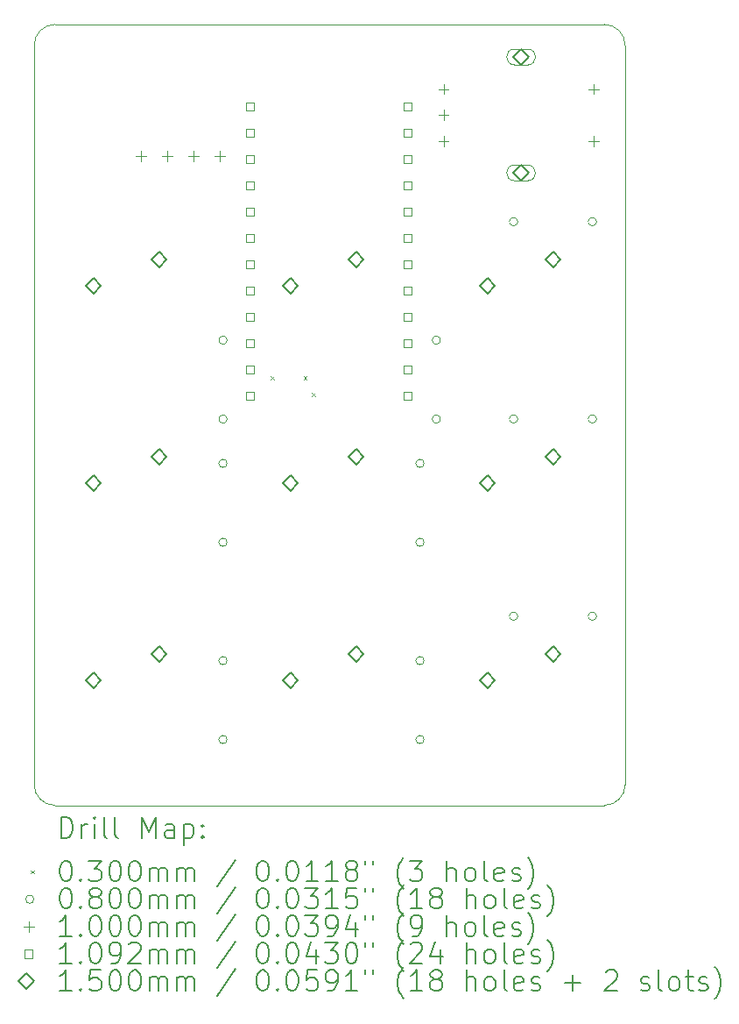
<source format=gbr>
%TF.GenerationSoftware,KiCad,Pcbnew,8.0.4*%
%TF.CreationDate,2024-07-27T19:33:40+02:00*%
%TF.ProjectId,pcb_macropad,7063625f-6d61-4637-926f-7061642e6b69,rev?*%
%TF.SameCoordinates,Original*%
%TF.FileFunction,Drillmap*%
%TF.FilePolarity,Positive*%
%FSLAX45Y45*%
G04 Gerber Fmt 4.5, Leading zero omitted, Abs format (unit mm)*
G04 Created by KiCad (PCBNEW 8.0.4) date 2024-07-27 19:33:40*
%MOMM*%
%LPD*%
G01*
G04 APERTURE LIST*
%ADD10C,0.050000*%
%ADD11C,0.200000*%
%ADD12C,0.100000*%
%ADD13C,0.109220*%
%ADD14C,0.150000*%
G04 APERTURE END LIST*
D10*
X11334750Y-10690250D02*
G75*
G02*
X11134750Y-10890250I-200000J0D01*
G01*
X11134750Y-10890250D02*
X5819750Y-10890250D01*
X5819750Y-3349625D02*
X11134750Y-3349625D01*
X5619750Y-10690250D02*
X5619750Y-3549625D01*
X11334750Y-3549625D02*
X11334750Y-10690250D01*
X5819750Y-10890250D02*
G75*
G02*
X5619750Y-10690250I0J200000D01*
G01*
X5619750Y-3549625D02*
G75*
G02*
X5819750Y-3349630I199990J5D01*
G01*
X11134750Y-3349625D02*
G75*
G02*
X11334745Y-3549625I0J-199995D01*
G01*
D11*
D12*
X7906625Y-6747750D02*
X7936625Y-6777750D01*
X7936625Y-6747750D02*
X7906625Y-6777750D01*
X8224125Y-6747750D02*
X8254125Y-6777750D01*
X8254125Y-6747750D02*
X8224125Y-6777750D01*
X8303500Y-6906500D02*
X8333500Y-6936500D01*
X8333500Y-6906500D02*
X8303500Y-6936500D01*
X7485375Y-6397625D02*
G75*
G02*
X7405375Y-6397625I-40000J0D01*
G01*
X7405375Y-6397625D02*
G75*
G02*
X7485375Y-6397625I40000J0D01*
G01*
X7485375Y-7159625D02*
G75*
G02*
X7405375Y-7159625I-40000J0D01*
G01*
X7405375Y-7159625D02*
G75*
G02*
X7485375Y-7159625I40000J0D01*
G01*
X7485375Y-7588250D02*
G75*
G02*
X7405375Y-7588250I-40000J0D01*
G01*
X7405375Y-7588250D02*
G75*
G02*
X7485375Y-7588250I40000J0D01*
G01*
X7485375Y-8350250D02*
G75*
G02*
X7405375Y-8350250I-40000J0D01*
G01*
X7405375Y-8350250D02*
G75*
G02*
X7485375Y-8350250I40000J0D01*
G01*
X7485375Y-9493250D02*
G75*
G02*
X7405375Y-9493250I-40000J0D01*
G01*
X7405375Y-9493250D02*
G75*
G02*
X7485375Y-9493250I40000J0D01*
G01*
X7485375Y-10255250D02*
G75*
G02*
X7405375Y-10255250I-40000J0D01*
G01*
X7405375Y-10255250D02*
G75*
G02*
X7485375Y-10255250I40000J0D01*
G01*
X9390375Y-7588250D02*
G75*
G02*
X9310375Y-7588250I-40000J0D01*
G01*
X9310375Y-7588250D02*
G75*
G02*
X9390375Y-7588250I40000J0D01*
G01*
X9390375Y-8350250D02*
G75*
G02*
X9310375Y-8350250I-40000J0D01*
G01*
X9310375Y-8350250D02*
G75*
G02*
X9390375Y-8350250I40000J0D01*
G01*
X9390375Y-9493250D02*
G75*
G02*
X9310375Y-9493250I-40000J0D01*
G01*
X9310375Y-9493250D02*
G75*
G02*
X9390375Y-9493250I40000J0D01*
G01*
X9390375Y-10255250D02*
G75*
G02*
X9310375Y-10255250I-40000J0D01*
G01*
X9310375Y-10255250D02*
G75*
G02*
X9390375Y-10255250I40000J0D01*
G01*
X9549125Y-6397625D02*
G75*
G02*
X9469125Y-6397625I-40000J0D01*
G01*
X9469125Y-6397625D02*
G75*
G02*
X9549125Y-6397625I40000J0D01*
G01*
X9549125Y-7159625D02*
G75*
G02*
X9469125Y-7159625I-40000J0D01*
G01*
X9469125Y-7159625D02*
G75*
G02*
X9549125Y-7159625I40000J0D01*
G01*
X10295250Y-5254625D02*
G75*
G02*
X10215250Y-5254625I-40000J0D01*
G01*
X10215250Y-5254625D02*
G75*
G02*
X10295250Y-5254625I40000J0D01*
G01*
X10295250Y-7159625D02*
G75*
G02*
X10215250Y-7159625I-40000J0D01*
G01*
X10215250Y-7159625D02*
G75*
G02*
X10295250Y-7159625I40000J0D01*
G01*
X10295250Y-9064625D02*
G75*
G02*
X10215250Y-9064625I-40000J0D01*
G01*
X10215250Y-9064625D02*
G75*
G02*
X10295250Y-9064625I40000J0D01*
G01*
X11057250Y-5254625D02*
G75*
G02*
X10977250Y-5254625I-40000J0D01*
G01*
X10977250Y-5254625D02*
G75*
G02*
X11057250Y-5254625I40000J0D01*
G01*
X11057250Y-7159625D02*
G75*
G02*
X10977250Y-7159625I-40000J0D01*
G01*
X10977250Y-7159625D02*
G75*
G02*
X11057250Y-7159625I40000J0D01*
G01*
X11057250Y-9064625D02*
G75*
G02*
X10977250Y-9064625I-40000J0D01*
G01*
X10977250Y-9064625D02*
G75*
G02*
X11057250Y-9064625I40000J0D01*
G01*
X6651625Y-4569625D02*
X6651625Y-4669625D01*
X6601625Y-4619625D02*
X6701625Y-4619625D01*
X6905625Y-4569625D02*
X6905625Y-4669625D01*
X6855625Y-4619625D02*
X6955625Y-4619625D01*
X7159625Y-4569625D02*
X7159625Y-4669625D01*
X7109625Y-4619625D02*
X7209625Y-4619625D01*
X7413625Y-4569625D02*
X7413625Y-4669625D01*
X7363625Y-4619625D02*
X7463625Y-4619625D01*
X9577875Y-3922750D02*
X9577875Y-4022750D01*
X9527875Y-3972750D02*
X9627875Y-3972750D01*
X9577875Y-4172750D02*
X9577875Y-4272750D01*
X9527875Y-4222750D02*
X9627875Y-4222750D01*
X9577875Y-4422750D02*
X9577875Y-4522750D01*
X9527875Y-4472750D02*
X9627875Y-4472750D01*
X11027875Y-3922750D02*
X11027875Y-4022750D01*
X10977875Y-3972750D02*
X11077875Y-3972750D01*
X11027875Y-4422750D02*
X11027875Y-4522750D01*
X10977875Y-4472750D02*
X11077875Y-4472750D01*
D13*
X7746365Y-4176865D02*
X7746365Y-4099634D01*
X7669134Y-4099634D01*
X7669134Y-4176865D01*
X7746365Y-4176865D01*
X7746365Y-4430866D02*
X7746365Y-4353635D01*
X7669134Y-4353635D01*
X7669134Y-4430866D01*
X7746365Y-4430866D01*
X7746365Y-4684866D02*
X7746365Y-4607635D01*
X7669134Y-4607635D01*
X7669134Y-4684866D01*
X7746365Y-4684866D01*
X7746365Y-4938866D02*
X7746365Y-4861635D01*
X7669134Y-4861635D01*
X7669134Y-4938866D01*
X7746365Y-4938866D01*
X7746365Y-5192866D02*
X7746365Y-5115635D01*
X7669134Y-5115635D01*
X7669134Y-5192866D01*
X7746365Y-5192866D01*
X7746365Y-5446866D02*
X7746365Y-5369635D01*
X7669134Y-5369635D01*
X7669134Y-5446866D01*
X7746365Y-5446866D01*
X7746365Y-5700865D02*
X7746365Y-5623634D01*
X7669134Y-5623634D01*
X7669134Y-5700865D01*
X7746365Y-5700865D01*
X7746365Y-5954865D02*
X7746365Y-5877634D01*
X7669134Y-5877634D01*
X7669134Y-5954865D01*
X7746365Y-5954865D01*
X7746365Y-6208865D02*
X7746365Y-6131634D01*
X7669134Y-6131634D01*
X7669134Y-6208865D01*
X7746365Y-6208865D01*
X7746365Y-6462865D02*
X7746365Y-6385634D01*
X7669134Y-6385634D01*
X7669134Y-6462865D01*
X7746365Y-6462865D01*
X7746365Y-6716865D02*
X7746365Y-6639634D01*
X7669134Y-6639634D01*
X7669134Y-6716865D01*
X7746365Y-6716865D01*
X7746365Y-6970865D02*
X7746365Y-6893634D01*
X7669134Y-6893634D01*
X7669134Y-6970865D01*
X7746365Y-6970865D01*
X9270366Y-4176865D02*
X9270366Y-4099634D01*
X9193135Y-4099634D01*
X9193135Y-4176865D01*
X9270366Y-4176865D01*
X9270366Y-4430866D02*
X9270366Y-4353635D01*
X9193135Y-4353635D01*
X9193135Y-4430866D01*
X9270366Y-4430866D01*
X9270366Y-4684866D02*
X9270366Y-4607635D01*
X9193135Y-4607635D01*
X9193135Y-4684866D01*
X9270366Y-4684866D01*
X9270366Y-4938866D02*
X9270366Y-4861635D01*
X9193135Y-4861635D01*
X9193135Y-4938866D01*
X9270366Y-4938866D01*
X9270366Y-5192866D02*
X9270366Y-5115635D01*
X9193135Y-5115635D01*
X9193135Y-5192866D01*
X9270366Y-5192866D01*
X9270366Y-5446866D02*
X9270366Y-5369635D01*
X9193135Y-5369635D01*
X9193135Y-5446866D01*
X9270366Y-5446866D01*
X9270366Y-5700865D02*
X9270366Y-5623634D01*
X9193135Y-5623634D01*
X9193135Y-5700865D01*
X9270366Y-5700865D01*
X9270366Y-5954865D02*
X9270366Y-5877634D01*
X9193135Y-5877634D01*
X9193135Y-5954865D01*
X9270366Y-5954865D01*
X9270366Y-6208865D02*
X9270366Y-6131634D01*
X9193135Y-6131634D01*
X9193135Y-6208865D01*
X9270366Y-6208865D01*
X9270366Y-6462865D02*
X9270366Y-6385634D01*
X9193135Y-6385634D01*
X9193135Y-6462865D01*
X9270366Y-6462865D01*
X9270366Y-6716865D02*
X9270366Y-6639634D01*
X9193135Y-6639634D01*
X9193135Y-6716865D01*
X9270366Y-6716865D01*
X9270366Y-6970865D02*
X9270366Y-6893634D01*
X9193135Y-6893634D01*
X9193135Y-6970865D01*
X9270366Y-6970865D01*
D14*
X6191250Y-5948750D02*
X6266250Y-5873750D01*
X6191250Y-5798750D01*
X6116250Y-5873750D01*
X6191250Y-5948750D01*
X6191250Y-7853750D02*
X6266250Y-7778750D01*
X6191250Y-7703750D01*
X6116250Y-7778750D01*
X6191250Y-7853750D01*
X6191250Y-9758750D02*
X6266250Y-9683750D01*
X6191250Y-9608750D01*
X6116250Y-9683750D01*
X6191250Y-9758750D01*
X6826250Y-5694750D02*
X6901250Y-5619750D01*
X6826250Y-5544750D01*
X6751250Y-5619750D01*
X6826250Y-5694750D01*
X6826250Y-7599750D02*
X6901250Y-7524750D01*
X6826250Y-7449750D01*
X6751250Y-7524750D01*
X6826250Y-7599750D01*
X6826250Y-9504750D02*
X6901250Y-9429750D01*
X6826250Y-9354750D01*
X6751250Y-9429750D01*
X6826250Y-9504750D01*
X8096250Y-5948750D02*
X8171250Y-5873750D01*
X8096250Y-5798750D01*
X8021250Y-5873750D01*
X8096250Y-5948750D01*
X8096250Y-7853750D02*
X8171250Y-7778750D01*
X8096250Y-7703750D01*
X8021250Y-7778750D01*
X8096250Y-7853750D01*
X8096250Y-9758750D02*
X8171250Y-9683750D01*
X8096250Y-9608750D01*
X8021250Y-9683750D01*
X8096250Y-9758750D01*
X8731250Y-5694750D02*
X8806250Y-5619750D01*
X8731250Y-5544750D01*
X8656250Y-5619750D01*
X8731250Y-5694750D01*
X8731250Y-7599750D02*
X8806250Y-7524750D01*
X8731250Y-7449750D01*
X8656250Y-7524750D01*
X8731250Y-7599750D01*
X8731250Y-9504750D02*
X8806250Y-9429750D01*
X8731250Y-9354750D01*
X8656250Y-9429750D01*
X8731250Y-9504750D01*
X10001250Y-5948750D02*
X10076250Y-5873750D01*
X10001250Y-5798750D01*
X9926250Y-5873750D01*
X10001250Y-5948750D01*
X10001250Y-7853750D02*
X10076250Y-7778750D01*
X10001250Y-7703750D01*
X9926250Y-7778750D01*
X10001250Y-7853750D01*
X10001250Y-9758750D02*
X10076250Y-9683750D01*
X10001250Y-9608750D01*
X9926250Y-9683750D01*
X10001250Y-9758750D01*
X10327875Y-3737750D02*
X10402875Y-3662750D01*
X10327875Y-3587750D01*
X10252875Y-3662750D01*
X10327875Y-3737750D01*
D12*
X10262875Y-3737750D02*
X10392875Y-3737750D01*
X10392875Y-3587750D02*
G75*
G02*
X10392875Y-3737750I0J-75000D01*
G01*
X10392875Y-3587750D02*
X10262875Y-3587750D01*
X10262875Y-3587750D02*
G75*
G03*
X10262875Y-3737750I0J-75000D01*
G01*
D14*
X10327875Y-4857750D02*
X10402875Y-4782750D01*
X10327875Y-4707750D01*
X10252875Y-4782750D01*
X10327875Y-4857750D01*
D12*
X10262875Y-4857750D02*
X10392875Y-4857750D01*
X10392875Y-4707750D02*
G75*
G02*
X10392875Y-4857750I0J-75000D01*
G01*
X10392875Y-4707750D02*
X10262875Y-4707750D01*
X10262875Y-4707750D02*
G75*
G03*
X10262875Y-4857750I0J-75000D01*
G01*
D14*
X10636250Y-5694750D02*
X10711250Y-5619750D01*
X10636250Y-5544750D01*
X10561250Y-5619750D01*
X10636250Y-5694750D01*
X10636250Y-7599750D02*
X10711250Y-7524750D01*
X10636250Y-7449750D01*
X10561250Y-7524750D01*
X10636250Y-7599750D01*
X10636250Y-9504750D02*
X10711250Y-9429750D01*
X10636250Y-9354750D01*
X10561250Y-9429750D01*
X10636250Y-9504750D01*
D11*
X5878027Y-11204234D02*
X5878027Y-11004234D01*
X5878027Y-11004234D02*
X5925646Y-11004234D01*
X5925646Y-11004234D02*
X5954217Y-11013758D01*
X5954217Y-11013758D02*
X5973265Y-11032805D01*
X5973265Y-11032805D02*
X5982789Y-11051853D01*
X5982789Y-11051853D02*
X5992312Y-11089948D01*
X5992312Y-11089948D02*
X5992312Y-11118520D01*
X5992312Y-11118520D02*
X5982789Y-11156615D01*
X5982789Y-11156615D02*
X5973265Y-11175662D01*
X5973265Y-11175662D02*
X5954217Y-11194710D01*
X5954217Y-11194710D02*
X5925646Y-11204234D01*
X5925646Y-11204234D02*
X5878027Y-11204234D01*
X6078027Y-11204234D02*
X6078027Y-11070900D01*
X6078027Y-11108996D02*
X6087551Y-11089948D01*
X6087551Y-11089948D02*
X6097074Y-11080424D01*
X6097074Y-11080424D02*
X6116122Y-11070900D01*
X6116122Y-11070900D02*
X6135170Y-11070900D01*
X6201836Y-11204234D02*
X6201836Y-11070900D01*
X6201836Y-11004234D02*
X6192312Y-11013758D01*
X6192312Y-11013758D02*
X6201836Y-11023281D01*
X6201836Y-11023281D02*
X6211360Y-11013758D01*
X6211360Y-11013758D02*
X6201836Y-11004234D01*
X6201836Y-11004234D02*
X6201836Y-11023281D01*
X6325646Y-11204234D02*
X6306598Y-11194710D01*
X6306598Y-11194710D02*
X6297074Y-11175662D01*
X6297074Y-11175662D02*
X6297074Y-11004234D01*
X6430408Y-11204234D02*
X6411360Y-11194710D01*
X6411360Y-11194710D02*
X6401836Y-11175662D01*
X6401836Y-11175662D02*
X6401836Y-11004234D01*
X6658979Y-11204234D02*
X6658979Y-11004234D01*
X6658979Y-11004234D02*
X6725646Y-11147091D01*
X6725646Y-11147091D02*
X6792312Y-11004234D01*
X6792312Y-11004234D02*
X6792312Y-11204234D01*
X6973265Y-11204234D02*
X6973265Y-11099472D01*
X6973265Y-11099472D02*
X6963741Y-11080424D01*
X6963741Y-11080424D02*
X6944693Y-11070900D01*
X6944693Y-11070900D02*
X6906598Y-11070900D01*
X6906598Y-11070900D02*
X6887551Y-11080424D01*
X6973265Y-11194710D02*
X6954217Y-11204234D01*
X6954217Y-11204234D02*
X6906598Y-11204234D01*
X6906598Y-11204234D02*
X6887551Y-11194710D01*
X6887551Y-11194710D02*
X6878027Y-11175662D01*
X6878027Y-11175662D02*
X6878027Y-11156615D01*
X6878027Y-11156615D02*
X6887551Y-11137567D01*
X6887551Y-11137567D02*
X6906598Y-11128043D01*
X6906598Y-11128043D02*
X6954217Y-11128043D01*
X6954217Y-11128043D02*
X6973265Y-11118520D01*
X7068503Y-11070900D02*
X7068503Y-11270900D01*
X7068503Y-11080424D02*
X7087551Y-11070900D01*
X7087551Y-11070900D02*
X7125646Y-11070900D01*
X7125646Y-11070900D02*
X7144693Y-11080424D01*
X7144693Y-11080424D02*
X7154217Y-11089948D01*
X7154217Y-11089948D02*
X7163741Y-11108996D01*
X7163741Y-11108996D02*
X7163741Y-11166139D01*
X7163741Y-11166139D02*
X7154217Y-11185186D01*
X7154217Y-11185186D02*
X7144693Y-11194710D01*
X7144693Y-11194710D02*
X7125646Y-11204234D01*
X7125646Y-11204234D02*
X7087551Y-11204234D01*
X7087551Y-11204234D02*
X7068503Y-11194710D01*
X7249455Y-11185186D02*
X7258979Y-11194710D01*
X7258979Y-11194710D02*
X7249455Y-11204234D01*
X7249455Y-11204234D02*
X7239932Y-11194710D01*
X7239932Y-11194710D02*
X7249455Y-11185186D01*
X7249455Y-11185186D02*
X7249455Y-11204234D01*
X7249455Y-11080424D02*
X7258979Y-11089948D01*
X7258979Y-11089948D02*
X7249455Y-11099472D01*
X7249455Y-11099472D02*
X7239932Y-11089948D01*
X7239932Y-11089948D02*
X7249455Y-11080424D01*
X7249455Y-11080424D02*
X7249455Y-11099472D01*
D12*
X5587250Y-11517750D02*
X5617250Y-11547750D01*
X5617250Y-11517750D02*
X5587250Y-11547750D01*
D11*
X5916122Y-11424234D02*
X5935170Y-11424234D01*
X5935170Y-11424234D02*
X5954217Y-11433758D01*
X5954217Y-11433758D02*
X5963741Y-11443281D01*
X5963741Y-11443281D02*
X5973265Y-11462329D01*
X5973265Y-11462329D02*
X5982789Y-11500424D01*
X5982789Y-11500424D02*
X5982789Y-11548043D01*
X5982789Y-11548043D02*
X5973265Y-11586138D01*
X5973265Y-11586138D02*
X5963741Y-11605186D01*
X5963741Y-11605186D02*
X5954217Y-11614710D01*
X5954217Y-11614710D02*
X5935170Y-11624234D01*
X5935170Y-11624234D02*
X5916122Y-11624234D01*
X5916122Y-11624234D02*
X5897074Y-11614710D01*
X5897074Y-11614710D02*
X5887551Y-11605186D01*
X5887551Y-11605186D02*
X5878027Y-11586138D01*
X5878027Y-11586138D02*
X5868503Y-11548043D01*
X5868503Y-11548043D02*
X5868503Y-11500424D01*
X5868503Y-11500424D02*
X5878027Y-11462329D01*
X5878027Y-11462329D02*
X5887551Y-11443281D01*
X5887551Y-11443281D02*
X5897074Y-11433758D01*
X5897074Y-11433758D02*
X5916122Y-11424234D01*
X6068503Y-11605186D02*
X6078027Y-11614710D01*
X6078027Y-11614710D02*
X6068503Y-11624234D01*
X6068503Y-11624234D02*
X6058979Y-11614710D01*
X6058979Y-11614710D02*
X6068503Y-11605186D01*
X6068503Y-11605186D02*
X6068503Y-11624234D01*
X6144693Y-11424234D02*
X6268503Y-11424234D01*
X6268503Y-11424234D02*
X6201836Y-11500424D01*
X6201836Y-11500424D02*
X6230408Y-11500424D01*
X6230408Y-11500424D02*
X6249455Y-11509948D01*
X6249455Y-11509948D02*
X6258979Y-11519472D01*
X6258979Y-11519472D02*
X6268503Y-11538519D01*
X6268503Y-11538519D02*
X6268503Y-11586138D01*
X6268503Y-11586138D02*
X6258979Y-11605186D01*
X6258979Y-11605186D02*
X6249455Y-11614710D01*
X6249455Y-11614710D02*
X6230408Y-11624234D01*
X6230408Y-11624234D02*
X6173265Y-11624234D01*
X6173265Y-11624234D02*
X6154217Y-11614710D01*
X6154217Y-11614710D02*
X6144693Y-11605186D01*
X6392312Y-11424234D02*
X6411360Y-11424234D01*
X6411360Y-11424234D02*
X6430408Y-11433758D01*
X6430408Y-11433758D02*
X6439932Y-11443281D01*
X6439932Y-11443281D02*
X6449455Y-11462329D01*
X6449455Y-11462329D02*
X6458979Y-11500424D01*
X6458979Y-11500424D02*
X6458979Y-11548043D01*
X6458979Y-11548043D02*
X6449455Y-11586138D01*
X6449455Y-11586138D02*
X6439932Y-11605186D01*
X6439932Y-11605186D02*
X6430408Y-11614710D01*
X6430408Y-11614710D02*
X6411360Y-11624234D01*
X6411360Y-11624234D02*
X6392312Y-11624234D01*
X6392312Y-11624234D02*
X6373265Y-11614710D01*
X6373265Y-11614710D02*
X6363741Y-11605186D01*
X6363741Y-11605186D02*
X6354217Y-11586138D01*
X6354217Y-11586138D02*
X6344693Y-11548043D01*
X6344693Y-11548043D02*
X6344693Y-11500424D01*
X6344693Y-11500424D02*
X6354217Y-11462329D01*
X6354217Y-11462329D02*
X6363741Y-11443281D01*
X6363741Y-11443281D02*
X6373265Y-11433758D01*
X6373265Y-11433758D02*
X6392312Y-11424234D01*
X6582789Y-11424234D02*
X6601836Y-11424234D01*
X6601836Y-11424234D02*
X6620884Y-11433758D01*
X6620884Y-11433758D02*
X6630408Y-11443281D01*
X6630408Y-11443281D02*
X6639932Y-11462329D01*
X6639932Y-11462329D02*
X6649455Y-11500424D01*
X6649455Y-11500424D02*
X6649455Y-11548043D01*
X6649455Y-11548043D02*
X6639932Y-11586138D01*
X6639932Y-11586138D02*
X6630408Y-11605186D01*
X6630408Y-11605186D02*
X6620884Y-11614710D01*
X6620884Y-11614710D02*
X6601836Y-11624234D01*
X6601836Y-11624234D02*
X6582789Y-11624234D01*
X6582789Y-11624234D02*
X6563741Y-11614710D01*
X6563741Y-11614710D02*
X6554217Y-11605186D01*
X6554217Y-11605186D02*
X6544693Y-11586138D01*
X6544693Y-11586138D02*
X6535170Y-11548043D01*
X6535170Y-11548043D02*
X6535170Y-11500424D01*
X6535170Y-11500424D02*
X6544693Y-11462329D01*
X6544693Y-11462329D02*
X6554217Y-11443281D01*
X6554217Y-11443281D02*
X6563741Y-11433758D01*
X6563741Y-11433758D02*
X6582789Y-11424234D01*
X6735170Y-11624234D02*
X6735170Y-11490900D01*
X6735170Y-11509948D02*
X6744693Y-11500424D01*
X6744693Y-11500424D02*
X6763741Y-11490900D01*
X6763741Y-11490900D02*
X6792313Y-11490900D01*
X6792313Y-11490900D02*
X6811360Y-11500424D01*
X6811360Y-11500424D02*
X6820884Y-11519472D01*
X6820884Y-11519472D02*
X6820884Y-11624234D01*
X6820884Y-11519472D02*
X6830408Y-11500424D01*
X6830408Y-11500424D02*
X6849455Y-11490900D01*
X6849455Y-11490900D02*
X6878027Y-11490900D01*
X6878027Y-11490900D02*
X6897074Y-11500424D01*
X6897074Y-11500424D02*
X6906598Y-11519472D01*
X6906598Y-11519472D02*
X6906598Y-11624234D01*
X7001836Y-11624234D02*
X7001836Y-11490900D01*
X7001836Y-11509948D02*
X7011360Y-11500424D01*
X7011360Y-11500424D02*
X7030408Y-11490900D01*
X7030408Y-11490900D02*
X7058979Y-11490900D01*
X7058979Y-11490900D02*
X7078027Y-11500424D01*
X7078027Y-11500424D02*
X7087551Y-11519472D01*
X7087551Y-11519472D02*
X7087551Y-11624234D01*
X7087551Y-11519472D02*
X7097074Y-11500424D01*
X7097074Y-11500424D02*
X7116122Y-11490900D01*
X7116122Y-11490900D02*
X7144693Y-11490900D01*
X7144693Y-11490900D02*
X7163741Y-11500424D01*
X7163741Y-11500424D02*
X7173265Y-11519472D01*
X7173265Y-11519472D02*
X7173265Y-11624234D01*
X7563741Y-11414710D02*
X7392313Y-11671853D01*
X7820884Y-11424234D02*
X7839932Y-11424234D01*
X7839932Y-11424234D02*
X7858979Y-11433758D01*
X7858979Y-11433758D02*
X7868503Y-11443281D01*
X7868503Y-11443281D02*
X7878027Y-11462329D01*
X7878027Y-11462329D02*
X7887551Y-11500424D01*
X7887551Y-11500424D02*
X7887551Y-11548043D01*
X7887551Y-11548043D02*
X7878027Y-11586138D01*
X7878027Y-11586138D02*
X7868503Y-11605186D01*
X7868503Y-11605186D02*
X7858979Y-11614710D01*
X7858979Y-11614710D02*
X7839932Y-11624234D01*
X7839932Y-11624234D02*
X7820884Y-11624234D01*
X7820884Y-11624234D02*
X7801836Y-11614710D01*
X7801836Y-11614710D02*
X7792313Y-11605186D01*
X7792313Y-11605186D02*
X7782789Y-11586138D01*
X7782789Y-11586138D02*
X7773265Y-11548043D01*
X7773265Y-11548043D02*
X7773265Y-11500424D01*
X7773265Y-11500424D02*
X7782789Y-11462329D01*
X7782789Y-11462329D02*
X7792313Y-11443281D01*
X7792313Y-11443281D02*
X7801836Y-11433758D01*
X7801836Y-11433758D02*
X7820884Y-11424234D01*
X7973265Y-11605186D02*
X7982789Y-11614710D01*
X7982789Y-11614710D02*
X7973265Y-11624234D01*
X7973265Y-11624234D02*
X7963741Y-11614710D01*
X7963741Y-11614710D02*
X7973265Y-11605186D01*
X7973265Y-11605186D02*
X7973265Y-11624234D01*
X8106598Y-11424234D02*
X8125646Y-11424234D01*
X8125646Y-11424234D02*
X8144694Y-11433758D01*
X8144694Y-11433758D02*
X8154217Y-11443281D01*
X8154217Y-11443281D02*
X8163741Y-11462329D01*
X8163741Y-11462329D02*
X8173265Y-11500424D01*
X8173265Y-11500424D02*
X8173265Y-11548043D01*
X8173265Y-11548043D02*
X8163741Y-11586138D01*
X8163741Y-11586138D02*
X8154217Y-11605186D01*
X8154217Y-11605186D02*
X8144694Y-11614710D01*
X8144694Y-11614710D02*
X8125646Y-11624234D01*
X8125646Y-11624234D02*
X8106598Y-11624234D01*
X8106598Y-11624234D02*
X8087551Y-11614710D01*
X8087551Y-11614710D02*
X8078027Y-11605186D01*
X8078027Y-11605186D02*
X8068503Y-11586138D01*
X8068503Y-11586138D02*
X8058979Y-11548043D01*
X8058979Y-11548043D02*
X8058979Y-11500424D01*
X8058979Y-11500424D02*
X8068503Y-11462329D01*
X8068503Y-11462329D02*
X8078027Y-11443281D01*
X8078027Y-11443281D02*
X8087551Y-11433758D01*
X8087551Y-11433758D02*
X8106598Y-11424234D01*
X8363741Y-11624234D02*
X8249456Y-11624234D01*
X8306598Y-11624234D02*
X8306598Y-11424234D01*
X8306598Y-11424234D02*
X8287551Y-11452805D01*
X8287551Y-11452805D02*
X8268503Y-11471853D01*
X8268503Y-11471853D02*
X8249456Y-11481377D01*
X8554218Y-11624234D02*
X8439932Y-11624234D01*
X8497075Y-11624234D02*
X8497075Y-11424234D01*
X8497075Y-11424234D02*
X8478027Y-11452805D01*
X8478027Y-11452805D02*
X8458979Y-11471853D01*
X8458979Y-11471853D02*
X8439932Y-11481377D01*
X8668503Y-11509948D02*
X8649456Y-11500424D01*
X8649456Y-11500424D02*
X8639932Y-11490900D01*
X8639932Y-11490900D02*
X8630408Y-11471853D01*
X8630408Y-11471853D02*
X8630408Y-11462329D01*
X8630408Y-11462329D02*
X8639932Y-11443281D01*
X8639932Y-11443281D02*
X8649456Y-11433758D01*
X8649456Y-11433758D02*
X8668503Y-11424234D01*
X8668503Y-11424234D02*
X8706599Y-11424234D01*
X8706599Y-11424234D02*
X8725646Y-11433758D01*
X8725646Y-11433758D02*
X8735170Y-11443281D01*
X8735170Y-11443281D02*
X8744694Y-11462329D01*
X8744694Y-11462329D02*
X8744694Y-11471853D01*
X8744694Y-11471853D02*
X8735170Y-11490900D01*
X8735170Y-11490900D02*
X8725646Y-11500424D01*
X8725646Y-11500424D02*
X8706599Y-11509948D01*
X8706599Y-11509948D02*
X8668503Y-11509948D01*
X8668503Y-11509948D02*
X8649456Y-11519472D01*
X8649456Y-11519472D02*
X8639932Y-11528996D01*
X8639932Y-11528996D02*
X8630408Y-11548043D01*
X8630408Y-11548043D02*
X8630408Y-11586138D01*
X8630408Y-11586138D02*
X8639932Y-11605186D01*
X8639932Y-11605186D02*
X8649456Y-11614710D01*
X8649456Y-11614710D02*
X8668503Y-11624234D01*
X8668503Y-11624234D02*
X8706599Y-11624234D01*
X8706599Y-11624234D02*
X8725646Y-11614710D01*
X8725646Y-11614710D02*
X8735170Y-11605186D01*
X8735170Y-11605186D02*
X8744694Y-11586138D01*
X8744694Y-11586138D02*
X8744694Y-11548043D01*
X8744694Y-11548043D02*
X8735170Y-11528996D01*
X8735170Y-11528996D02*
X8725646Y-11519472D01*
X8725646Y-11519472D02*
X8706599Y-11509948D01*
X8820884Y-11424234D02*
X8820884Y-11462329D01*
X8897075Y-11424234D02*
X8897075Y-11462329D01*
X9192313Y-11700424D02*
X9182789Y-11690900D01*
X9182789Y-11690900D02*
X9163741Y-11662329D01*
X9163741Y-11662329D02*
X9154218Y-11643281D01*
X9154218Y-11643281D02*
X9144694Y-11614710D01*
X9144694Y-11614710D02*
X9135170Y-11567091D01*
X9135170Y-11567091D02*
X9135170Y-11528996D01*
X9135170Y-11528996D02*
X9144694Y-11481377D01*
X9144694Y-11481377D02*
X9154218Y-11452805D01*
X9154218Y-11452805D02*
X9163741Y-11433758D01*
X9163741Y-11433758D02*
X9182789Y-11405186D01*
X9182789Y-11405186D02*
X9192313Y-11395662D01*
X9249456Y-11424234D02*
X9373265Y-11424234D01*
X9373265Y-11424234D02*
X9306599Y-11500424D01*
X9306599Y-11500424D02*
X9335170Y-11500424D01*
X9335170Y-11500424D02*
X9354218Y-11509948D01*
X9354218Y-11509948D02*
X9363741Y-11519472D01*
X9363741Y-11519472D02*
X9373265Y-11538519D01*
X9373265Y-11538519D02*
X9373265Y-11586138D01*
X9373265Y-11586138D02*
X9363741Y-11605186D01*
X9363741Y-11605186D02*
X9354218Y-11614710D01*
X9354218Y-11614710D02*
X9335170Y-11624234D01*
X9335170Y-11624234D02*
X9278027Y-11624234D01*
X9278027Y-11624234D02*
X9258980Y-11614710D01*
X9258980Y-11614710D02*
X9249456Y-11605186D01*
X9611361Y-11624234D02*
X9611361Y-11424234D01*
X9697075Y-11624234D02*
X9697075Y-11519472D01*
X9697075Y-11519472D02*
X9687551Y-11500424D01*
X9687551Y-11500424D02*
X9668503Y-11490900D01*
X9668503Y-11490900D02*
X9639932Y-11490900D01*
X9639932Y-11490900D02*
X9620884Y-11500424D01*
X9620884Y-11500424D02*
X9611361Y-11509948D01*
X9820884Y-11624234D02*
X9801837Y-11614710D01*
X9801837Y-11614710D02*
X9792313Y-11605186D01*
X9792313Y-11605186D02*
X9782789Y-11586138D01*
X9782789Y-11586138D02*
X9782789Y-11528996D01*
X9782789Y-11528996D02*
X9792313Y-11509948D01*
X9792313Y-11509948D02*
X9801837Y-11500424D01*
X9801837Y-11500424D02*
X9820884Y-11490900D01*
X9820884Y-11490900D02*
X9849456Y-11490900D01*
X9849456Y-11490900D02*
X9868503Y-11500424D01*
X9868503Y-11500424D02*
X9878027Y-11509948D01*
X9878027Y-11509948D02*
X9887551Y-11528996D01*
X9887551Y-11528996D02*
X9887551Y-11586138D01*
X9887551Y-11586138D02*
X9878027Y-11605186D01*
X9878027Y-11605186D02*
X9868503Y-11614710D01*
X9868503Y-11614710D02*
X9849456Y-11624234D01*
X9849456Y-11624234D02*
X9820884Y-11624234D01*
X10001837Y-11624234D02*
X9982789Y-11614710D01*
X9982789Y-11614710D02*
X9973265Y-11595662D01*
X9973265Y-11595662D02*
X9973265Y-11424234D01*
X10154218Y-11614710D02*
X10135170Y-11624234D01*
X10135170Y-11624234D02*
X10097075Y-11624234D01*
X10097075Y-11624234D02*
X10078027Y-11614710D01*
X10078027Y-11614710D02*
X10068503Y-11595662D01*
X10068503Y-11595662D02*
X10068503Y-11519472D01*
X10068503Y-11519472D02*
X10078027Y-11500424D01*
X10078027Y-11500424D02*
X10097075Y-11490900D01*
X10097075Y-11490900D02*
X10135170Y-11490900D01*
X10135170Y-11490900D02*
X10154218Y-11500424D01*
X10154218Y-11500424D02*
X10163742Y-11519472D01*
X10163742Y-11519472D02*
X10163742Y-11538519D01*
X10163742Y-11538519D02*
X10068503Y-11557567D01*
X10239932Y-11614710D02*
X10258980Y-11624234D01*
X10258980Y-11624234D02*
X10297075Y-11624234D01*
X10297075Y-11624234D02*
X10316123Y-11614710D01*
X10316123Y-11614710D02*
X10325646Y-11595662D01*
X10325646Y-11595662D02*
X10325646Y-11586138D01*
X10325646Y-11586138D02*
X10316123Y-11567091D01*
X10316123Y-11567091D02*
X10297075Y-11557567D01*
X10297075Y-11557567D02*
X10268503Y-11557567D01*
X10268503Y-11557567D02*
X10249456Y-11548043D01*
X10249456Y-11548043D02*
X10239932Y-11528996D01*
X10239932Y-11528996D02*
X10239932Y-11519472D01*
X10239932Y-11519472D02*
X10249456Y-11500424D01*
X10249456Y-11500424D02*
X10268503Y-11490900D01*
X10268503Y-11490900D02*
X10297075Y-11490900D01*
X10297075Y-11490900D02*
X10316123Y-11500424D01*
X10392313Y-11700424D02*
X10401837Y-11690900D01*
X10401837Y-11690900D02*
X10420884Y-11662329D01*
X10420884Y-11662329D02*
X10430408Y-11643281D01*
X10430408Y-11643281D02*
X10439932Y-11614710D01*
X10439932Y-11614710D02*
X10449456Y-11567091D01*
X10449456Y-11567091D02*
X10449456Y-11528996D01*
X10449456Y-11528996D02*
X10439932Y-11481377D01*
X10439932Y-11481377D02*
X10430408Y-11452805D01*
X10430408Y-11452805D02*
X10420884Y-11433758D01*
X10420884Y-11433758D02*
X10401837Y-11405186D01*
X10401837Y-11405186D02*
X10392313Y-11395662D01*
D12*
X5617250Y-11796750D02*
G75*
G02*
X5537250Y-11796750I-40000J0D01*
G01*
X5537250Y-11796750D02*
G75*
G02*
X5617250Y-11796750I40000J0D01*
G01*
D11*
X5916122Y-11688234D02*
X5935170Y-11688234D01*
X5935170Y-11688234D02*
X5954217Y-11697758D01*
X5954217Y-11697758D02*
X5963741Y-11707281D01*
X5963741Y-11707281D02*
X5973265Y-11726329D01*
X5973265Y-11726329D02*
X5982789Y-11764424D01*
X5982789Y-11764424D02*
X5982789Y-11812043D01*
X5982789Y-11812043D02*
X5973265Y-11850138D01*
X5973265Y-11850138D02*
X5963741Y-11869186D01*
X5963741Y-11869186D02*
X5954217Y-11878710D01*
X5954217Y-11878710D02*
X5935170Y-11888234D01*
X5935170Y-11888234D02*
X5916122Y-11888234D01*
X5916122Y-11888234D02*
X5897074Y-11878710D01*
X5897074Y-11878710D02*
X5887551Y-11869186D01*
X5887551Y-11869186D02*
X5878027Y-11850138D01*
X5878027Y-11850138D02*
X5868503Y-11812043D01*
X5868503Y-11812043D02*
X5868503Y-11764424D01*
X5868503Y-11764424D02*
X5878027Y-11726329D01*
X5878027Y-11726329D02*
X5887551Y-11707281D01*
X5887551Y-11707281D02*
X5897074Y-11697758D01*
X5897074Y-11697758D02*
X5916122Y-11688234D01*
X6068503Y-11869186D02*
X6078027Y-11878710D01*
X6078027Y-11878710D02*
X6068503Y-11888234D01*
X6068503Y-11888234D02*
X6058979Y-11878710D01*
X6058979Y-11878710D02*
X6068503Y-11869186D01*
X6068503Y-11869186D02*
X6068503Y-11888234D01*
X6192312Y-11773948D02*
X6173265Y-11764424D01*
X6173265Y-11764424D02*
X6163741Y-11754900D01*
X6163741Y-11754900D02*
X6154217Y-11735853D01*
X6154217Y-11735853D02*
X6154217Y-11726329D01*
X6154217Y-11726329D02*
X6163741Y-11707281D01*
X6163741Y-11707281D02*
X6173265Y-11697758D01*
X6173265Y-11697758D02*
X6192312Y-11688234D01*
X6192312Y-11688234D02*
X6230408Y-11688234D01*
X6230408Y-11688234D02*
X6249455Y-11697758D01*
X6249455Y-11697758D02*
X6258979Y-11707281D01*
X6258979Y-11707281D02*
X6268503Y-11726329D01*
X6268503Y-11726329D02*
X6268503Y-11735853D01*
X6268503Y-11735853D02*
X6258979Y-11754900D01*
X6258979Y-11754900D02*
X6249455Y-11764424D01*
X6249455Y-11764424D02*
X6230408Y-11773948D01*
X6230408Y-11773948D02*
X6192312Y-11773948D01*
X6192312Y-11773948D02*
X6173265Y-11783472D01*
X6173265Y-11783472D02*
X6163741Y-11792996D01*
X6163741Y-11792996D02*
X6154217Y-11812043D01*
X6154217Y-11812043D02*
X6154217Y-11850138D01*
X6154217Y-11850138D02*
X6163741Y-11869186D01*
X6163741Y-11869186D02*
X6173265Y-11878710D01*
X6173265Y-11878710D02*
X6192312Y-11888234D01*
X6192312Y-11888234D02*
X6230408Y-11888234D01*
X6230408Y-11888234D02*
X6249455Y-11878710D01*
X6249455Y-11878710D02*
X6258979Y-11869186D01*
X6258979Y-11869186D02*
X6268503Y-11850138D01*
X6268503Y-11850138D02*
X6268503Y-11812043D01*
X6268503Y-11812043D02*
X6258979Y-11792996D01*
X6258979Y-11792996D02*
X6249455Y-11783472D01*
X6249455Y-11783472D02*
X6230408Y-11773948D01*
X6392312Y-11688234D02*
X6411360Y-11688234D01*
X6411360Y-11688234D02*
X6430408Y-11697758D01*
X6430408Y-11697758D02*
X6439932Y-11707281D01*
X6439932Y-11707281D02*
X6449455Y-11726329D01*
X6449455Y-11726329D02*
X6458979Y-11764424D01*
X6458979Y-11764424D02*
X6458979Y-11812043D01*
X6458979Y-11812043D02*
X6449455Y-11850138D01*
X6449455Y-11850138D02*
X6439932Y-11869186D01*
X6439932Y-11869186D02*
X6430408Y-11878710D01*
X6430408Y-11878710D02*
X6411360Y-11888234D01*
X6411360Y-11888234D02*
X6392312Y-11888234D01*
X6392312Y-11888234D02*
X6373265Y-11878710D01*
X6373265Y-11878710D02*
X6363741Y-11869186D01*
X6363741Y-11869186D02*
X6354217Y-11850138D01*
X6354217Y-11850138D02*
X6344693Y-11812043D01*
X6344693Y-11812043D02*
X6344693Y-11764424D01*
X6344693Y-11764424D02*
X6354217Y-11726329D01*
X6354217Y-11726329D02*
X6363741Y-11707281D01*
X6363741Y-11707281D02*
X6373265Y-11697758D01*
X6373265Y-11697758D02*
X6392312Y-11688234D01*
X6582789Y-11688234D02*
X6601836Y-11688234D01*
X6601836Y-11688234D02*
X6620884Y-11697758D01*
X6620884Y-11697758D02*
X6630408Y-11707281D01*
X6630408Y-11707281D02*
X6639932Y-11726329D01*
X6639932Y-11726329D02*
X6649455Y-11764424D01*
X6649455Y-11764424D02*
X6649455Y-11812043D01*
X6649455Y-11812043D02*
X6639932Y-11850138D01*
X6639932Y-11850138D02*
X6630408Y-11869186D01*
X6630408Y-11869186D02*
X6620884Y-11878710D01*
X6620884Y-11878710D02*
X6601836Y-11888234D01*
X6601836Y-11888234D02*
X6582789Y-11888234D01*
X6582789Y-11888234D02*
X6563741Y-11878710D01*
X6563741Y-11878710D02*
X6554217Y-11869186D01*
X6554217Y-11869186D02*
X6544693Y-11850138D01*
X6544693Y-11850138D02*
X6535170Y-11812043D01*
X6535170Y-11812043D02*
X6535170Y-11764424D01*
X6535170Y-11764424D02*
X6544693Y-11726329D01*
X6544693Y-11726329D02*
X6554217Y-11707281D01*
X6554217Y-11707281D02*
X6563741Y-11697758D01*
X6563741Y-11697758D02*
X6582789Y-11688234D01*
X6735170Y-11888234D02*
X6735170Y-11754900D01*
X6735170Y-11773948D02*
X6744693Y-11764424D01*
X6744693Y-11764424D02*
X6763741Y-11754900D01*
X6763741Y-11754900D02*
X6792313Y-11754900D01*
X6792313Y-11754900D02*
X6811360Y-11764424D01*
X6811360Y-11764424D02*
X6820884Y-11783472D01*
X6820884Y-11783472D02*
X6820884Y-11888234D01*
X6820884Y-11783472D02*
X6830408Y-11764424D01*
X6830408Y-11764424D02*
X6849455Y-11754900D01*
X6849455Y-11754900D02*
X6878027Y-11754900D01*
X6878027Y-11754900D02*
X6897074Y-11764424D01*
X6897074Y-11764424D02*
X6906598Y-11783472D01*
X6906598Y-11783472D02*
X6906598Y-11888234D01*
X7001836Y-11888234D02*
X7001836Y-11754900D01*
X7001836Y-11773948D02*
X7011360Y-11764424D01*
X7011360Y-11764424D02*
X7030408Y-11754900D01*
X7030408Y-11754900D02*
X7058979Y-11754900D01*
X7058979Y-11754900D02*
X7078027Y-11764424D01*
X7078027Y-11764424D02*
X7087551Y-11783472D01*
X7087551Y-11783472D02*
X7087551Y-11888234D01*
X7087551Y-11783472D02*
X7097074Y-11764424D01*
X7097074Y-11764424D02*
X7116122Y-11754900D01*
X7116122Y-11754900D02*
X7144693Y-11754900D01*
X7144693Y-11754900D02*
X7163741Y-11764424D01*
X7163741Y-11764424D02*
X7173265Y-11783472D01*
X7173265Y-11783472D02*
X7173265Y-11888234D01*
X7563741Y-11678710D02*
X7392313Y-11935853D01*
X7820884Y-11688234D02*
X7839932Y-11688234D01*
X7839932Y-11688234D02*
X7858979Y-11697758D01*
X7858979Y-11697758D02*
X7868503Y-11707281D01*
X7868503Y-11707281D02*
X7878027Y-11726329D01*
X7878027Y-11726329D02*
X7887551Y-11764424D01*
X7887551Y-11764424D02*
X7887551Y-11812043D01*
X7887551Y-11812043D02*
X7878027Y-11850138D01*
X7878027Y-11850138D02*
X7868503Y-11869186D01*
X7868503Y-11869186D02*
X7858979Y-11878710D01*
X7858979Y-11878710D02*
X7839932Y-11888234D01*
X7839932Y-11888234D02*
X7820884Y-11888234D01*
X7820884Y-11888234D02*
X7801836Y-11878710D01*
X7801836Y-11878710D02*
X7792313Y-11869186D01*
X7792313Y-11869186D02*
X7782789Y-11850138D01*
X7782789Y-11850138D02*
X7773265Y-11812043D01*
X7773265Y-11812043D02*
X7773265Y-11764424D01*
X7773265Y-11764424D02*
X7782789Y-11726329D01*
X7782789Y-11726329D02*
X7792313Y-11707281D01*
X7792313Y-11707281D02*
X7801836Y-11697758D01*
X7801836Y-11697758D02*
X7820884Y-11688234D01*
X7973265Y-11869186D02*
X7982789Y-11878710D01*
X7982789Y-11878710D02*
X7973265Y-11888234D01*
X7973265Y-11888234D02*
X7963741Y-11878710D01*
X7963741Y-11878710D02*
X7973265Y-11869186D01*
X7973265Y-11869186D02*
X7973265Y-11888234D01*
X8106598Y-11688234D02*
X8125646Y-11688234D01*
X8125646Y-11688234D02*
X8144694Y-11697758D01*
X8144694Y-11697758D02*
X8154217Y-11707281D01*
X8154217Y-11707281D02*
X8163741Y-11726329D01*
X8163741Y-11726329D02*
X8173265Y-11764424D01*
X8173265Y-11764424D02*
X8173265Y-11812043D01*
X8173265Y-11812043D02*
X8163741Y-11850138D01*
X8163741Y-11850138D02*
X8154217Y-11869186D01*
X8154217Y-11869186D02*
X8144694Y-11878710D01*
X8144694Y-11878710D02*
X8125646Y-11888234D01*
X8125646Y-11888234D02*
X8106598Y-11888234D01*
X8106598Y-11888234D02*
X8087551Y-11878710D01*
X8087551Y-11878710D02*
X8078027Y-11869186D01*
X8078027Y-11869186D02*
X8068503Y-11850138D01*
X8068503Y-11850138D02*
X8058979Y-11812043D01*
X8058979Y-11812043D02*
X8058979Y-11764424D01*
X8058979Y-11764424D02*
X8068503Y-11726329D01*
X8068503Y-11726329D02*
X8078027Y-11707281D01*
X8078027Y-11707281D02*
X8087551Y-11697758D01*
X8087551Y-11697758D02*
X8106598Y-11688234D01*
X8239932Y-11688234D02*
X8363741Y-11688234D01*
X8363741Y-11688234D02*
X8297075Y-11764424D01*
X8297075Y-11764424D02*
X8325646Y-11764424D01*
X8325646Y-11764424D02*
X8344694Y-11773948D01*
X8344694Y-11773948D02*
X8354217Y-11783472D01*
X8354217Y-11783472D02*
X8363741Y-11802519D01*
X8363741Y-11802519D02*
X8363741Y-11850138D01*
X8363741Y-11850138D02*
X8354217Y-11869186D01*
X8354217Y-11869186D02*
X8344694Y-11878710D01*
X8344694Y-11878710D02*
X8325646Y-11888234D01*
X8325646Y-11888234D02*
X8268503Y-11888234D01*
X8268503Y-11888234D02*
X8249456Y-11878710D01*
X8249456Y-11878710D02*
X8239932Y-11869186D01*
X8554218Y-11888234D02*
X8439932Y-11888234D01*
X8497075Y-11888234D02*
X8497075Y-11688234D01*
X8497075Y-11688234D02*
X8478027Y-11716805D01*
X8478027Y-11716805D02*
X8458979Y-11735853D01*
X8458979Y-11735853D02*
X8439932Y-11745377D01*
X8735170Y-11688234D02*
X8639932Y-11688234D01*
X8639932Y-11688234D02*
X8630408Y-11783472D01*
X8630408Y-11783472D02*
X8639932Y-11773948D01*
X8639932Y-11773948D02*
X8658979Y-11764424D01*
X8658979Y-11764424D02*
X8706599Y-11764424D01*
X8706599Y-11764424D02*
X8725646Y-11773948D01*
X8725646Y-11773948D02*
X8735170Y-11783472D01*
X8735170Y-11783472D02*
X8744694Y-11802519D01*
X8744694Y-11802519D02*
X8744694Y-11850138D01*
X8744694Y-11850138D02*
X8735170Y-11869186D01*
X8735170Y-11869186D02*
X8725646Y-11878710D01*
X8725646Y-11878710D02*
X8706599Y-11888234D01*
X8706599Y-11888234D02*
X8658979Y-11888234D01*
X8658979Y-11888234D02*
X8639932Y-11878710D01*
X8639932Y-11878710D02*
X8630408Y-11869186D01*
X8820884Y-11688234D02*
X8820884Y-11726329D01*
X8897075Y-11688234D02*
X8897075Y-11726329D01*
X9192313Y-11964424D02*
X9182789Y-11954900D01*
X9182789Y-11954900D02*
X9163741Y-11926329D01*
X9163741Y-11926329D02*
X9154218Y-11907281D01*
X9154218Y-11907281D02*
X9144694Y-11878710D01*
X9144694Y-11878710D02*
X9135170Y-11831091D01*
X9135170Y-11831091D02*
X9135170Y-11792996D01*
X9135170Y-11792996D02*
X9144694Y-11745377D01*
X9144694Y-11745377D02*
X9154218Y-11716805D01*
X9154218Y-11716805D02*
X9163741Y-11697758D01*
X9163741Y-11697758D02*
X9182789Y-11669186D01*
X9182789Y-11669186D02*
X9192313Y-11659662D01*
X9373265Y-11888234D02*
X9258980Y-11888234D01*
X9316122Y-11888234D02*
X9316122Y-11688234D01*
X9316122Y-11688234D02*
X9297075Y-11716805D01*
X9297075Y-11716805D02*
X9278027Y-11735853D01*
X9278027Y-11735853D02*
X9258980Y-11745377D01*
X9487551Y-11773948D02*
X9468503Y-11764424D01*
X9468503Y-11764424D02*
X9458980Y-11754900D01*
X9458980Y-11754900D02*
X9449456Y-11735853D01*
X9449456Y-11735853D02*
X9449456Y-11726329D01*
X9449456Y-11726329D02*
X9458980Y-11707281D01*
X9458980Y-11707281D02*
X9468503Y-11697758D01*
X9468503Y-11697758D02*
X9487551Y-11688234D01*
X9487551Y-11688234D02*
X9525646Y-11688234D01*
X9525646Y-11688234D02*
X9544694Y-11697758D01*
X9544694Y-11697758D02*
X9554218Y-11707281D01*
X9554218Y-11707281D02*
X9563741Y-11726329D01*
X9563741Y-11726329D02*
X9563741Y-11735853D01*
X9563741Y-11735853D02*
X9554218Y-11754900D01*
X9554218Y-11754900D02*
X9544694Y-11764424D01*
X9544694Y-11764424D02*
X9525646Y-11773948D01*
X9525646Y-11773948D02*
X9487551Y-11773948D01*
X9487551Y-11773948D02*
X9468503Y-11783472D01*
X9468503Y-11783472D02*
X9458980Y-11792996D01*
X9458980Y-11792996D02*
X9449456Y-11812043D01*
X9449456Y-11812043D02*
X9449456Y-11850138D01*
X9449456Y-11850138D02*
X9458980Y-11869186D01*
X9458980Y-11869186D02*
X9468503Y-11878710D01*
X9468503Y-11878710D02*
X9487551Y-11888234D01*
X9487551Y-11888234D02*
X9525646Y-11888234D01*
X9525646Y-11888234D02*
X9544694Y-11878710D01*
X9544694Y-11878710D02*
X9554218Y-11869186D01*
X9554218Y-11869186D02*
X9563741Y-11850138D01*
X9563741Y-11850138D02*
X9563741Y-11812043D01*
X9563741Y-11812043D02*
X9554218Y-11792996D01*
X9554218Y-11792996D02*
X9544694Y-11783472D01*
X9544694Y-11783472D02*
X9525646Y-11773948D01*
X9801837Y-11888234D02*
X9801837Y-11688234D01*
X9887551Y-11888234D02*
X9887551Y-11783472D01*
X9887551Y-11783472D02*
X9878027Y-11764424D01*
X9878027Y-11764424D02*
X9858980Y-11754900D01*
X9858980Y-11754900D02*
X9830408Y-11754900D01*
X9830408Y-11754900D02*
X9811361Y-11764424D01*
X9811361Y-11764424D02*
X9801837Y-11773948D01*
X10011361Y-11888234D02*
X9992313Y-11878710D01*
X9992313Y-11878710D02*
X9982789Y-11869186D01*
X9982789Y-11869186D02*
X9973265Y-11850138D01*
X9973265Y-11850138D02*
X9973265Y-11792996D01*
X9973265Y-11792996D02*
X9982789Y-11773948D01*
X9982789Y-11773948D02*
X9992313Y-11764424D01*
X9992313Y-11764424D02*
X10011361Y-11754900D01*
X10011361Y-11754900D02*
X10039932Y-11754900D01*
X10039932Y-11754900D02*
X10058980Y-11764424D01*
X10058980Y-11764424D02*
X10068503Y-11773948D01*
X10068503Y-11773948D02*
X10078027Y-11792996D01*
X10078027Y-11792996D02*
X10078027Y-11850138D01*
X10078027Y-11850138D02*
X10068503Y-11869186D01*
X10068503Y-11869186D02*
X10058980Y-11878710D01*
X10058980Y-11878710D02*
X10039932Y-11888234D01*
X10039932Y-11888234D02*
X10011361Y-11888234D01*
X10192313Y-11888234D02*
X10173265Y-11878710D01*
X10173265Y-11878710D02*
X10163742Y-11859662D01*
X10163742Y-11859662D02*
X10163742Y-11688234D01*
X10344694Y-11878710D02*
X10325646Y-11888234D01*
X10325646Y-11888234D02*
X10287551Y-11888234D01*
X10287551Y-11888234D02*
X10268503Y-11878710D01*
X10268503Y-11878710D02*
X10258980Y-11859662D01*
X10258980Y-11859662D02*
X10258980Y-11783472D01*
X10258980Y-11783472D02*
X10268503Y-11764424D01*
X10268503Y-11764424D02*
X10287551Y-11754900D01*
X10287551Y-11754900D02*
X10325646Y-11754900D01*
X10325646Y-11754900D02*
X10344694Y-11764424D01*
X10344694Y-11764424D02*
X10354218Y-11783472D01*
X10354218Y-11783472D02*
X10354218Y-11802519D01*
X10354218Y-11802519D02*
X10258980Y-11821567D01*
X10430408Y-11878710D02*
X10449456Y-11888234D01*
X10449456Y-11888234D02*
X10487551Y-11888234D01*
X10487551Y-11888234D02*
X10506599Y-11878710D01*
X10506599Y-11878710D02*
X10516123Y-11859662D01*
X10516123Y-11859662D02*
X10516123Y-11850138D01*
X10516123Y-11850138D02*
X10506599Y-11831091D01*
X10506599Y-11831091D02*
X10487551Y-11821567D01*
X10487551Y-11821567D02*
X10458980Y-11821567D01*
X10458980Y-11821567D02*
X10439932Y-11812043D01*
X10439932Y-11812043D02*
X10430408Y-11792996D01*
X10430408Y-11792996D02*
X10430408Y-11783472D01*
X10430408Y-11783472D02*
X10439932Y-11764424D01*
X10439932Y-11764424D02*
X10458980Y-11754900D01*
X10458980Y-11754900D02*
X10487551Y-11754900D01*
X10487551Y-11754900D02*
X10506599Y-11764424D01*
X10582789Y-11964424D02*
X10592313Y-11954900D01*
X10592313Y-11954900D02*
X10611361Y-11926329D01*
X10611361Y-11926329D02*
X10620884Y-11907281D01*
X10620884Y-11907281D02*
X10630408Y-11878710D01*
X10630408Y-11878710D02*
X10639932Y-11831091D01*
X10639932Y-11831091D02*
X10639932Y-11792996D01*
X10639932Y-11792996D02*
X10630408Y-11745377D01*
X10630408Y-11745377D02*
X10620884Y-11716805D01*
X10620884Y-11716805D02*
X10611361Y-11697758D01*
X10611361Y-11697758D02*
X10592313Y-11669186D01*
X10592313Y-11669186D02*
X10582789Y-11659662D01*
D12*
X5567250Y-12010750D02*
X5567250Y-12110750D01*
X5517250Y-12060750D02*
X5617250Y-12060750D01*
D11*
X5982789Y-12152234D02*
X5868503Y-12152234D01*
X5925646Y-12152234D02*
X5925646Y-11952234D01*
X5925646Y-11952234D02*
X5906598Y-11980805D01*
X5906598Y-11980805D02*
X5887551Y-11999853D01*
X5887551Y-11999853D02*
X5868503Y-12009377D01*
X6068503Y-12133186D02*
X6078027Y-12142710D01*
X6078027Y-12142710D02*
X6068503Y-12152234D01*
X6068503Y-12152234D02*
X6058979Y-12142710D01*
X6058979Y-12142710D02*
X6068503Y-12133186D01*
X6068503Y-12133186D02*
X6068503Y-12152234D01*
X6201836Y-11952234D02*
X6220884Y-11952234D01*
X6220884Y-11952234D02*
X6239932Y-11961758D01*
X6239932Y-11961758D02*
X6249455Y-11971281D01*
X6249455Y-11971281D02*
X6258979Y-11990329D01*
X6258979Y-11990329D02*
X6268503Y-12028424D01*
X6268503Y-12028424D02*
X6268503Y-12076043D01*
X6268503Y-12076043D02*
X6258979Y-12114138D01*
X6258979Y-12114138D02*
X6249455Y-12133186D01*
X6249455Y-12133186D02*
X6239932Y-12142710D01*
X6239932Y-12142710D02*
X6220884Y-12152234D01*
X6220884Y-12152234D02*
X6201836Y-12152234D01*
X6201836Y-12152234D02*
X6182789Y-12142710D01*
X6182789Y-12142710D02*
X6173265Y-12133186D01*
X6173265Y-12133186D02*
X6163741Y-12114138D01*
X6163741Y-12114138D02*
X6154217Y-12076043D01*
X6154217Y-12076043D02*
X6154217Y-12028424D01*
X6154217Y-12028424D02*
X6163741Y-11990329D01*
X6163741Y-11990329D02*
X6173265Y-11971281D01*
X6173265Y-11971281D02*
X6182789Y-11961758D01*
X6182789Y-11961758D02*
X6201836Y-11952234D01*
X6392312Y-11952234D02*
X6411360Y-11952234D01*
X6411360Y-11952234D02*
X6430408Y-11961758D01*
X6430408Y-11961758D02*
X6439932Y-11971281D01*
X6439932Y-11971281D02*
X6449455Y-11990329D01*
X6449455Y-11990329D02*
X6458979Y-12028424D01*
X6458979Y-12028424D02*
X6458979Y-12076043D01*
X6458979Y-12076043D02*
X6449455Y-12114138D01*
X6449455Y-12114138D02*
X6439932Y-12133186D01*
X6439932Y-12133186D02*
X6430408Y-12142710D01*
X6430408Y-12142710D02*
X6411360Y-12152234D01*
X6411360Y-12152234D02*
X6392312Y-12152234D01*
X6392312Y-12152234D02*
X6373265Y-12142710D01*
X6373265Y-12142710D02*
X6363741Y-12133186D01*
X6363741Y-12133186D02*
X6354217Y-12114138D01*
X6354217Y-12114138D02*
X6344693Y-12076043D01*
X6344693Y-12076043D02*
X6344693Y-12028424D01*
X6344693Y-12028424D02*
X6354217Y-11990329D01*
X6354217Y-11990329D02*
X6363741Y-11971281D01*
X6363741Y-11971281D02*
X6373265Y-11961758D01*
X6373265Y-11961758D02*
X6392312Y-11952234D01*
X6582789Y-11952234D02*
X6601836Y-11952234D01*
X6601836Y-11952234D02*
X6620884Y-11961758D01*
X6620884Y-11961758D02*
X6630408Y-11971281D01*
X6630408Y-11971281D02*
X6639932Y-11990329D01*
X6639932Y-11990329D02*
X6649455Y-12028424D01*
X6649455Y-12028424D02*
X6649455Y-12076043D01*
X6649455Y-12076043D02*
X6639932Y-12114138D01*
X6639932Y-12114138D02*
X6630408Y-12133186D01*
X6630408Y-12133186D02*
X6620884Y-12142710D01*
X6620884Y-12142710D02*
X6601836Y-12152234D01*
X6601836Y-12152234D02*
X6582789Y-12152234D01*
X6582789Y-12152234D02*
X6563741Y-12142710D01*
X6563741Y-12142710D02*
X6554217Y-12133186D01*
X6554217Y-12133186D02*
X6544693Y-12114138D01*
X6544693Y-12114138D02*
X6535170Y-12076043D01*
X6535170Y-12076043D02*
X6535170Y-12028424D01*
X6535170Y-12028424D02*
X6544693Y-11990329D01*
X6544693Y-11990329D02*
X6554217Y-11971281D01*
X6554217Y-11971281D02*
X6563741Y-11961758D01*
X6563741Y-11961758D02*
X6582789Y-11952234D01*
X6735170Y-12152234D02*
X6735170Y-12018900D01*
X6735170Y-12037948D02*
X6744693Y-12028424D01*
X6744693Y-12028424D02*
X6763741Y-12018900D01*
X6763741Y-12018900D02*
X6792313Y-12018900D01*
X6792313Y-12018900D02*
X6811360Y-12028424D01*
X6811360Y-12028424D02*
X6820884Y-12047472D01*
X6820884Y-12047472D02*
X6820884Y-12152234D01*
X6820884Y-12047472D02*
X6830408Y-12028424D01*
X6830408Y-12028424D02*
X6849455Y-12018900D01*
X6849455Y-12018900D02*
X6878027Y-12018900D01*
X6878027Y-12018900D02*
X6897074Y-12028424D01*
X6897074Y-12028424D02*
X6906598Y-12047472D01*
X6906598Y-12047472D02*
X6906598Y-12152234D01*
X7001836Y-12152234D02*
X7001836Y-12018900D01*
X7001836Y-12037948D02*
X7011360Y-12028424D01*
X7011360Y-12028424D02*
X7030408Y-12018900D01*
X7030408Y-12018900D02*
X7058979Y-12018900D01*
X7058979Y-12018900D02*
X7078027Y-12028424D01*
X7078027Y-12028424D02*
X7087551Y-12047472D01*
X7087551Y-12047472D02*
X7087551Y-12152234D01*
X7087551Y-12047472D02*
X7097074Y-12028424D01*
X7097074Y-12028424D02*
X7116122Y-12018900D01*
X7116122Y-12018900D02*
X7144693Y-12018900D01*
X7144693Y-12018900D02*
X7163741Y-12028424D01*
X7163741Y-12028424D02*
X7173265Y-12047472D01*
X7173265Y-12047472D02*
X7173265Y-12152234D01*
X7563741Y-11942710D02*
X7392313Y-12199853D01*
X7820884Y-11952234D02*
X7839932Y-11952234D01*
X7839932Y-11952234D02*
X7858979Y-11961758D01*
X7858979Y-11961758D02*
X7868503Y-11971281D01*
X7868503Y-11971281D02*
X7878027Y-11990329D01*
X7878027Y-11990329D02*
X7887551Y-12028424D01*
X7887551Y-12028424D02*
X7887551Y-12076043D01*
X7887551Y-12076043D02*
X7878027Y-12114138D01*
X7878027Y-12114138D02*
X7868503Y-12133186D01*
X7868503Y-12133186D02*
X7858979Y-12142710D01*
X7858979Y-12142710D02*
X7839932Y-12152234D01*
X7839932Y-12152234D02*
X7820884Y-12152234D01*
X7820884Y-12152234D02*
X7801836Y-12142710D01*
X7801836Y-12142710D02*
X7792313Y-12133186D01*
X7792313Y-12133186D02*
X7782789Y-12114138D01*
X7782789Y-12114138D02*
X7773265Y-12076043D01*
X7773265Y-12076043D02*
X7773265Y-12028424D01*
X7773265Y-12028424D02*
X7782789Y-11990329D01*
X7782789Y-11990329D02*
X7792313Y-11971281D01*
X7792313Y-11971281D02*
X7801836Y-11961758D01*
X7801836Y-11961758D02*
X7820884Y-11952234D01*
X7973265Y-12133186D02*
X7982789Y-12142710D01*
X7982789Y-12142710D02*
X7973265Y-12152234D01*
X7973265Y-12152234D02*
X7963741Y-12142710D01*
X7963741Y-12142710D02*
X7973265Y-12133186D01*
X7973265Y-12133186D02*
X7973265Y-12152234D01*
X8106598Y-11952234D02*
X8125646Y-11952234D01*
X8125646Y-11952234D02*
X8144694Y-11961758D01*
X8144694Y-11961758D02*
X8154217Y-11971281D01*
X8154217Y-11971281D02*
X8163741Y-11990329D01*
X8163741Y-11990329D02*
X8173265Y-12028424D01*
X8173265Y-12028424D02*
X8173265Y-12076043D01*
X8173265Y-12076043D02*
X8163741Y-12114138D01*
X8163741Y-12114138D02*
X8154217Y-12133186D01*
X8154217Y-12133186D02*
X8144694Y-12142710D01*
X8144694Y-12142710D02*
X8125646Y-12152234D01*
X8125646Y-12152234D02*
X8106598Y-12152234D01*
X8106598Y-12152234D02*
X8087551Y-12142710D01*
X8087551Y-12142710D02*
X8078027Y-12133186D01*
X8078027Y-12133186D02*
X8068503Y-12114138D01*
X8068503Y-12114138D02*
X8058979Y-12076043D01*
X8058979Y-12076043D02*
X8058979Y-12028424D01*
X8058979Y-12028424D02*
X8068503Y-11990329D01*
X8068503Y-11990329D02*
X8078027Y-11971281D01*
X8078027Y-11971281D02*
X8087551Y-11961758D01*
X8087551Y-11961758D02*
X8106598Y-11952234D01*
X8239932Y-11952234D02*
X8363741Y-11952234D01*
X8363741Y-11952234D02*
X8297075Y-12028424D01*
X8297075Y-12028424D02*
X8325646Y-12028424D01*
X8325646Y-12028424D02*
X8344694Y-12037948D01*
X8344694Y-12037948D02*
X8354217Y-12047472D01*
X8354217Y-12047472D02*
X8363741Y-12066519D01*
X8363741Y-12066519D02*
X8363741Y-12114138D01*
X8363741Y-12114138D02*
X8354217Y-12133186D01*
X8354217Y-12133186D02*
X8344694Y-12142710D01*
X8344694Y-12142710D02*
X8325646Y-12152234D01*
X8325646Y-12152234D02*
X8268503Y-12152234D01*
X8268503Y-12152234D02*
X8249456Y-12142710D01*
X8249456Y-12142710D02*
X8239932Y-12133186D01*
X8458979Y-12152234D02*
X8497075Y-12152234D01*
X8497075Y-12152234D02*
X8516122Y-12142710D01*
X8516122Y-12142710D02*
X8525646Y-12133186D01*
X8525646Y-12133186D02*
X8544694Y-12104615D01*
X8544694Y-12104615D02*
X8554218Y-12066519D01*
X8554218Y-12066519D02*
X8554218Y-11990329D01*
X8554218Y-11990329D02*
X8544694Y-11971281D01*
X8544694Y-11971281D02*
X8535170Y-11961758D01*
X8535170Y-11961758D02*
X8516122Y-11952234D01*
X8516122Y-11952234D02*
X8478027Y-11952234D01*
X8478027Y-11952234D02*
X8458979Y-11961758D01*
X8458979Y-11961758D02*
X8449456Y-11971281D01*
X8449456Y-11971281D02*
X8439932Y-11990329D01*
X8439932Y-11990329D02*
X8439932Y-12037948D01*
X8439932Y-12037948D02*
X8449456Y-12056996D01*
X8449456Y-12056996D02*
X8458979Y-12066519D01*
X8458979Y-12066519D02*
X8478027Y-12076043D01*
X8478027Y-12076043D02*
X8516122Y-12076043D01*
X8516122Y-12076043D02*
X8535170Y-12066519D01*
X8535170Y-12066519D02*
X8544694Y-12056996D01*
X8544694Y-12056996D02*
X8554218Y-12037948D01*
X8725646Y-12018900D02*
X8725646Y-12152234D01*
X8678027Y-11942710D02*
X8630408Y-12085567D01*
X8630408Y-12085567D02*
X8754218Y-12085567D01*
X8820884Y-11952234D02*
X8820884Y-11990329D01*
X8897075Y-11952234D02*
X8897075Y-11990329D01*
X9192313Y-12228424D02*
X9182789Y-12218900D01*
X9182789Y-12218900D02*
X9163741Y-12190329D01*
X9163741Y-12190329D02*
X9154218Y-12171281D01*
X9154218Y-12171281D02*
X9144694Y-12142710D01*
X9144694Y-12142710D02*
X9135170Y-12095091D01*
X9135170Y-12095091D02*
X9135170Y-12056996D01*
X9135170Y-12056996D02*
X9144694Y-12009377D01*
X9144694Y-12009377D02*
X9154218Y-11980805D01*
X9154218Y-11980805D02*
X9163741Y-11961758D01*
X9163741Y-11961758D02*
X9182789Y-11933186D01*
X9182789Y-11933186D02*
X9192313Y-11923662D01*
X9278027Y-12152234D02*
X9316122Y-12152234D01*
X9316122Y-12152234D02*
X9335170Y-12142710D01*
X9335170Y-12142710D02*
X9344694Y-12133186D01*
X9344694Y-12133186D02*
X9363741Y-12104615D01*
X9363741Y-12104615D02*
X9373265Y-12066519D01*
X9373265Y-12066519D02*
X9373265Y-11990329D01*
X9373265Y-11990329D02*
X9363741Y-11971281D01*
X9363741Y-11971281D02*
X9354218Y-11961758D01*
X9354218Y-11961758D02*
X9335170Y-11952234D01*
X9335170Y-11952234D02*
X9297075Y-11952234D01*
X9297075Y-11952234D02*
X9278027Y-11961758D01*
X9278027Y-11961758D02*
X9268503Y-11971281D01*
X9268503Y-11971281D02*
X9258980Y-11990329D01*
X9258980Y-11990329D02*
X9258980Y-12037948D01*
X9258980Y-12037948D02*
X9268503Y-12056996D01*
X9268503Y-12056996D02*
X9278027Y-12066519D01*
X9278027Y-12066519D02*
X9297075Y-12076043D01*
X9297075Y-12076043D02*
X9335170Y-12076043D01*
X9335170Y-12076043D02*
X9354218Y-12066519D01*
X9354218Y-12066519D02*
X9363741Y-12056996D01*
X9363741Y-12056996D02*
X9373265Y-12037948D01*
X9611361Y-12152234D02*
X9611361Y-11952234D01*
X9697075Y-12152234D02*
X9697075Y-12047472D01*
X9697075Y-12047472D02*
X9687551Y-12028424D01*
X9687551Y-12028424D02*
X9668503Y-12018900D01*
X9668503Y-12018900D02*
X9639932Y-12018900D01*
X9639932Y-12018900D02*
X9620884Y-12028424D01*
X9620884Y-12028424D02*
X9611361Y-12037948D01*
X9820884Y-12152234D02*
X9801837Y-12142710D01*
X9801837Y-12142710D02*
X9792313Y-12133186D01*
X9792313Y-12133186D02*
X9782789Y-12114138D01*
X9782789Y-12114138D02*
X9782789Y-12056996D01*
X9782789Y-12056996D02*
X9792313Y-12037948D01*
X9792313Y-12037948D02*
X9801837Y-12028424D01*
X9801837Y-12028424D02*
X9820884Y-12018900D01*
X9820884Y-12018900D02*
X9849456Y-12018900D01*
X9849456Y-12018900D02*
X9868503Y-12028424D01*
X9868503Y-12028424D02*
X9878027Y-12037948D01*
X9878027Y-12037948D02*
X9887551Y-12056996D01*
X9887551Y-12056996D02*
X9887551Y-12114138D01*
X9887551Y-12114138D02*
X9878027Y-12133186D01*
X9878027Y-12133186D02*
X9868503Y-12142710D01*
X9868503Y-12142710D02*
X9849456Y-12152234D01*
X9849456Y-12152234D02*
X9820884Y-12152234D01*
X10001837Y-12152234D02*
X9982789Y-12142710D01*
X9982789Y-12142710D02*
X9973265Y-12123662D01*
X9973265Y-12123662D02*
X9973265Y-11952234D01*
X10154218Y-12142710D02*
X10135170Y-12152234D01*
X10135170Y-12152234D02*
X10097075Y-12152234D01*
X10097075Y-12152234D02*
X10078027Y-12142710D01*
X10078027Y-12142710D02*
X10068503Y-12123662D01*
X10068503Y-12123662D02*
X10068503Y-12047472D01*
X10068503Y-12047472D02*
X10078027Y-12028424D01*
X10078027Y-12028424D02*
X10097075Y-12018900D01*
X10097075Y-12018900D02*
X10135170Y-12018900D01*
X10135170Y-12018900D02*
X10154218Y-12028424D01*
X10154218Y-12028424D02*
X10163742Y-12047472D01*
X10163742Y-12047472D02*
X10163742Y-12066519D01*
X10163742Y-12066519D02*
X10068503Y-12085567D01*
X10239932Y-12142710D02*
X10258980Y-12152234D01*
X10258980Y-12152234D02*
X10297075Y-12152234D01*
X10297075Y-12152234D02*
X10316123Y-12142710D01*
X10316123Y-12142710D02*
X10325646Y-12123662D01*
X10325646Y-12123662D02*
X10325646Y-12114138D01*
X10325646Y-12114138D02*
X10316123Y-12095091D01*
X10316123Y-12095091D02*
X10297075Y-12085567D01*
X10297075Y-12085567D02*
X10268503Y-12085567D01*
X10268503Y-12085567D02*
X10249456Y-12076043D01*
X10249456Y-12076043D02*
X10239932Y-12056996D01*
X10239932Y-12056996D02*
X10239932Y-12047472D01*
X10239932Y-12047472D02*
X10249456Y-12028424D01*
X10249456Y-12028424D02*
X10268503Y-12018900D01*
X10268503Y-12018900D02*
X10297075Y-12018900D01*
X10297075Y-12018900D02*
X10316123Y-12028424D01*
X10392313Y-12228424D02*
X10401837Y-12218900D01*
X10401837Y-12218900D02*
X10420884Y-12190329D01*
X10420884Y-12190329D02*
X10430408Y-12171281D01*
X10430408Y-12171281D02*
X10439932Y-12142710D01*
X10439932Y-12142710D02*
X10449456Y-12095091D01*
X10449456Y-12095091D02*
X10449456Y-12056996D01*
X10449456Y-12056996D02*
X10439932Y-12009377D01*
X10439932Y-12009377D02*
X10430408Y-11980805D01*
X10430408Y-11980805D02*
X10420884Y-11961758D01*
X10420884Y-11961758D02*
X10401837Y-11933186D01*
X10401837Y-11933186D02*
X10392313Y-11923662D01*
D13*
X5601255Y-12363365D02*
X5601255Y-12286134D01*
X5524025Y-12286134D01*
X5524025Y-12363365D01*
X5601255Y-12363365D01*
D11*
X5982789Y-12416234D02*
X5868503Y-12416234D01*
X5925646Y-12416234D02*
X5925646Y-12216234D01*
X5925646Y-12216234D02*
X5906598Y-12244805D01*
X5906598Y-12244805D02*
X5887551Y-12263853D01*
X5887551Y-12263853D02*
X5868503Y-12273377D01*
X6068503Y-12397186D02*
X6078027Y-12406710D01*
X6078027Y-12406710D02*
X6068503Y-12416234D01*
X6068503Y-12416234D02*
X6058979Y-12406710D01*
X6058979Y-12406710D02*
X6068503Y-12397186D01*
X6068503Y-12397186D02*
X6068503Y-12416234D01*
X6201836Y-12216234D02*
X6220884Y-12216234D01*
X6220884Y-12216234D02*
X6239932Y-12225758D01*
X6239932Y-12225758D02*
X6249455Y-12235281D01*
X6249455Y-12235281D02*
X6258979Y-12254329D01*
X6258979Y-12254329D02*
X6268503Y-12292424D01*
X6268503Y-12292424D02*
X6268503Y-12340043D01*
X6268503Y-12340043D02*
X6258979Y-12378138D01*
X6258979Y-12378138D02*
X6249455Y-12397186D01*
X6249455Y-12397186D02*
X6239932Y-12406710D01*
X6239932Y-12406710D02*
X6220884Y-12416234D01*
X6220884Y-12416234D02*
X6201836Y-12416234D01*
X6201836Y-12416234D02*
X6182789Y-12406710D01*
X6182789Y-12406710D02*
X6173265Y-12397186D01*
X6173265Y-12397186D02*
X6163741Y-12378138D01*
X6163741Y-12378138D02*
X6154217Y-12340043D01*
X6154217Y-12340043D02*
X6154217Y-12292424D01*
X6154217Y-12292424D02*
X6163741Y-12254329D01*
X6163741Y-12254329D02*
X6173265Y-12235281D01*
X6173265Y-12235281D02*
X6182789Y-12225758D01*
X6182789Y-12225758D02*
X6201836Y-12216234D01*
X6363741Y-12416234D02*
X6401836Y-12416234D01*
X6401836Y-12416234D02*
X6420884Y-12406710D01*
X6420884Y-12406710D02*
X6430408Y-12397186D01*
X6430408Y-12397186D02*
X6449455Y-12368615D01*
X6449455Y-12368615D02*
X6458979Y-12330519D01*
X6458979Y-12330519D02*
X6458979Y-12254329D01*
X6458979Y-12254329D02*
X6449455Y-12235281D01*
X6449455Y-12235281D02*
X6439932Y-12225758D01*
X6439932Y-12225758D02*
X6420884Y-12216234D01*
X6420884Y-12216234D02*
X6382789Y-12216234D01*
X6382789Y-12216234D02*
X6363741Y-12225758D01*
X6363741Y-12225758D02*
X6354217Y-12235281D01*
X6354217Y-12235281D02*
X6344693Y-12254329D01*
X6344693Y-12254329D02*
X6344693Y-12301948D01*
X6344693Y-12301948D02*
X6354217Y-12320996D01*
X6354217Y-12320996D02*
X6363741Y-12330519D01*
X6363741Y-12330519D02*
X6382789Y-12340043D01*
X6382789Y-12340043D02*
X6420884Y-12340043D01*
X6420884Y-12340043D02*
X6439932Y-12330519D01*
X6439932Y-12330519D02*
X6449455Y-12320996D01*
X6449455Y-12320996D02*
X6458979Y-12301948D01*
X6535170Y-12235281D02*
X6544693Y-12225758D01*
X6544693Y-12225758D02*
X6563741Y-12216234D01*
X6563741Y-12216234D02*
X6611360Y-12216234D01*
X6611360Y-12216234D02*
X6630408Y-12225758D01*
X6630408Y-12225758D02*
X6639932Y-12235281D01*
X6639932Y-12235281D02*
X6649455Y-12254329D01*
X6649455Y-12254329D02*
X6649455Y-12273377D01*
X6649455Y-12273377D02*
X6639932Y-12301948D01*
X6639932Y-12301948D02*
X6525646Y-12416234D01*
X6525646Y-12416234D02*
X6649455Y-12416234D01*
X6735170Y-12416234D02*
X6735170Y-12282900D01*
X6735170Y-12301948D02*
X6744693Y-12292424D01*
X6744693Y-12292424D02*
X6763741Y-12282900D01*
X6763741Y-12282900D02*
X6792313Y-12282900D01*
X6792313Y-12282900D02*
X6811360Y-12292424D01*
X6811360Y-12292424D02*
X6820884Y-12311472D01*
X6820884Y-12311472D02*
X6820884Y-12416234D01*
X6820884Y-12311472D02*
X6830408Y-12292424D01*
X6830408Y-12292424D02*
X6849455Y-12282900D01*
X6849455Y-12282900D02*
X6878027Y-12282900D01*
X6878027Y-12282900D02*
X6897074Y-12292424D01*
X6897074Y-12292424D02*
X6906598Y-12311472D01*
X6906598Y-12311472D02*
X6906598Y-12416234D01*
X7001836Y-12416234D02*
X7001836Y-12282900D01*
X7001836Y-12301948D02*
X7011360Y-12292424D01*
X7011360Y-12292424D02*
X7030408Y-12282900D01*
X7030408Y-12282900D02*
X7058979Y-12282900D01*
X7058979Y-12282900D02*
X7078027Y-12292424D01*
X7078027Y-12292424D02*
X7087551Y-12311472D01*
X7087551Y-12311472D02*
X7087551Y-12416234D01*
X7087551Y-12311472D02*
X7097074Y-12292424D01*
X7097074Y-12292424D02*
X7116122Y-12282900D01*
X7116122Y-12282900D02*
X7144693Y-12282900D01*
X7144693Y-12282900D02*
X7163741Y-12292424D01*
X7163741Y-12292424D02*
X7173265Y-12311472D01*
X7173265Y-12311472D02*
X7173265Y-12416234D01*
X7563741Y-12206710D02*
X7392313Y-12463853D01*
X7820884Y-12216234D02*
X7839932Y-12216234D01*
X7839932Y-12216234D02*
X7858979Y-12225758D01*
X7858979Y-12225758D02*
X7868503Y-12235281D01*
X7868503Y-12235281D02*
X7878027Y-12254329D01*
X7878027Y-12254329D02*
X7887551Y-12292424D01*
X7887551Y-12292424D02*
X7887551Y-12340043D01*
X7887551Y-12340043D02*
X7878027Y-12378138D01*
X7878027Y-12378138D02*
X7868503Y-12397186D01*
X7868503Y-12397186D02*
X7858979Y-12406710D01*
X7858979Y-12406710D02*
X7839932Y-12416234D01*
X7839932Y-12416234D02*
X7820884Y-12416234D01*
X7820884Y-12416234D02*
X7801836Y-12406710D01*
X7801836Y-12406710D02*
X7792313Y-12397186D01*
X7792313Y-12397186D02*
X7782789Y-12378138D01*
X7782789Y-12378138D02*
X7773265Y-12340043D01*
X7773265Y-12340043D02*
X7773265Y-12292424D01*
X7773265Y-12292424D02*
X7782789Y-12254329D01*
X7782789Y-12254329D02*
X7792313Y-12235281D01*
X7792313Y-12235281D02*
X7801836Y-12225758D01*
X7801836Y-12225758D02*
X7820884Y-12216234D01*
X7973265Y-12397186D02*
X7982789Y-12406710D01*
X7982789Y-12406710D02*
X7973265Y-12416234D01*
X7973265Y-12416234D02*
X7963741Y-12406710D01*
X7963741Y-12406710D02*
X7973265Y-12397186D01*
X7973265Y-12397186D02*
X7973265Y-12416234D01*
X8106598Y-12216234D02*
X8125646Y-12216234D01*
X8125646Y-12216234D02*
X8144694Y-12225758D01*
X8144694Y-12225758D02*
X8154217Y-12235281D01*
X8154217Y-12235281D02*
X8163741Y-12254329D01*
X8163741Y-12254329D02*
X8173265Y-12292424D01*
X8173265Y-12292424D02*
X8173265Y-12340043D01*
X8173265Y-12340043D02*
X8163741Y-12378138D01*
X8163741Y-12378138D02*
X8154217Y-12397186D01*
X8154217Y-12397186D02*
X8144694Y-12406710D01*
X8144694Y-12406710D02*
X8125646Y-12416234D01*
X8125646Y-12416234D02*
X8106598Y-12416234D01*
X8106598Y-12416234D02*
X8087551Y-12406710D01*
X8087551Y-12406710D02*
X8078027Y-12397186D01*
X8078027Y-12397186D02*
X8068503Y-12378138D01*
X8068503Y-12378138D02*
X8058979Y-12340043D01*
X8058979Y-12340043D02*
X8058979Y-12292424D01*
X8058979Y-12292424D02*
X8068503Y-12254329D01*
X8068503Y-12254329D02*
X8078027Y-12235281D01*
X8078027Y-12235281D02*
X8087551Y-12225758D01*
X8087551Y-12225758D02*
X8106598Y-12216234D01*
X8344694Y-12282900D02*
X8344694Y-12416234D01*
X8297075Y-12206710D02*
X8249456Y-12349567D01*
X8249456Y-12349567D02*
X8373265Y-12349567D01*
X8430408Y-12216234D02*
X8554218Y-12216234D01*
X8554218Y-12216234D02*
X8487551Y-12292424D01*
X8487551Y-12292424D02*
X8516122Y-12292424D01*
X8516122Y-12292424D02*
X8535170Y-12301948D01*
X8535170Y-12301948D02*
X8544694Y-12311472D01*
X8544694Y-12311472D02*
X8554218Y-12330519D01*
X8554218Y-12330519D02*
X8554218Y-12378138D01*
X8554218Y-12378138D02*
X8544694Y-12397186D01*
X8544694Y-12397186D02*
X8535170Y-12406710D01*
X8535170Y-12406710D02*
X8516122Y-12416234D01*
X8516122Y-12416234D02*
X8458979Y-12416234D01*
X8458979Y-12416234D02*
X8439932Y-12406710D01*
X8439932Y-12406710D02*
X8430408Y-12397186D01*
X8678027Y-12216234D02*
X8697075Y-12216234D01*
X8697075Y-12216234D02*
X8716122Y-12225758D01*
X8716122Y-12225758D02*
X8725646Y-12235281D01*
X8725646Y-12235281D02*
X8735170Y-12254329D01*
X8735170Y-12254329D02*
X8744694Y-12292424D01*
X8744694Y-12292424D02*
X8744694Y-12340043D01*
X8744694Y-12340043D02*
X8735170Y-12378138D01*
X8735170Y-12378138D02*
X8725646Y-12397186D01*
X8725646Y-12397186D02*
X8716122Y-12406710D01*
X8716122Y-12406710D02*
X8697075Y-12416234D01*
X8697075Y-12416234D02*
X8678027Y-12416234D01*
X8678027Y-12416234D02*
X8658979Y-12406710D01*
X8658979Y-12406710D02*
X8649456Y-12397186D01*
X8649456Y-12397186D02*
X8639932Y-12378138D01*
X8639932Y-12378138D02*
X8630408Y-12340043D01*
X8630408Y-12340043D02*
X8630408Y-12292424D01*
X8630408Y-12292424D02*
X8639932Y-12254329D01*
X8639932Y-12254329D02*
X8649456Y-12235281D01*
X8649456Y-12235281D02*
X8658979Y-12225758D01*
X8658979Y-12225758D02*
X8678027Y-12216234D01*
X8820884Y-12216234D02*
X8820884Y-12254329D01*
X8897075Y-12216234D02*
X8897075Y-12254329D01*
X9192313Y-12492424D02*
X9182789Y-12482900D01*
X9182789Y-12482900D02*
X9163741Y-12454329D01*
X9163741Y-12454329D02*
X9154218Y-12435281D01*
X9154218Y-12435281D02*
X9144694Y-12406710D01*
X9144694Y-12406710D02*
X9135170Y-12359091D01*
X9135170Y-12359091D02*
X9135170Y-12320996D01*
X9135170Y-12320996D02*
X9144694Y-12273377D01*
X9144694Y-12273377D02*
X9154218Y-12244805D01*
X9154218Y-12244805D02*
X9163741Y-12225758D01*
X9163741Y-12225758D02*
X9182789Y-12197186D01*
X9182789Y-12197186D02*
X9192313Y-12187662D01*
X9258980Y-12235281D02*
X9268503Y-12225758D01*
X9268503Y-12225758D02*
X9287551Y-12216234D01*
X9287551Y-12216234D02*
X9335170Y-12216234D01*
X9335170Y-12216234D02*
X9354218Y-12225758D01*
X9354218Y-12225758D02*
X9363741Y-12235281D01*
X9363741Y-12235281D02*
X9373265Y-12254329D01*
X9373265Y-12254329D02*
X9373265Y-12273377D01*
X9373265Y-12273377D02*
X9363741Y-12301948D01*
X9363741Y-12301948D02*
X9249456Y-12416234D01*
X9249456Y-12416234D02*
X9373265Y-12416234D01*
X9544694Y-12282900D02*
X9544694Y-12416234D01*
X9497075Y-12206710D02*
X9449456Y-12349567D01*
X9449456Y-12349567D02*
X9573265Y-12349567D01*
X9801837Y-12416234D02*
X9801837Y-12216234D01*
X9887551Y-12416234D02*
X9887551Y-12311472D01*
X9887551Y-12311472D02*
X9878027Y-12292424D01*
X9878027Y-12292424D02*
X9858980Y-12282900D01*
X9858980Y-12282900D02*
X9830408Y-12282900D01*
X9830408Y-12282900D02*
X9811361Y-12292424D01*
X9811361Y-12292424D02*
X9801837Y-12301948D01*
X10011361Y-12416234D02*
X9992313Y-12406710D01*
X9992313Y-12406710D02*
X9982789Y-12397186D01*
X9982789Y-12397186D02*
X9973265Y-12378138D01*
X9973265Y-12378138D02*
X9973265Y-12320996D01*
X9973265Y-12320996D02*
X9982789Y-12301948D01*
X9982789Y-12301948D02*
X9992313Y-12292424D01*
X9992313Y-12292424D02*
X10011361Y-12282900D01*
X10011361Y-12282900D02*
X10039932Y-12282900D01*
X10039932Y-12282900D02*
X10058980Y-12292424D01*
X10058980Y-12292424D02*
X10068503Y-12301948D01*
X10068503Y-12301948D02*
X10078027Y-12320996D01*
X10078027Y-12320996D02*
X10078027Y-12378138D01*
X10078027Y-12378138D02*
X10068503Y-12397186D01*
X10068503Y-12397186D02*
X10058980Y-12406710D01*
X10058980Y-12406710D02*
X10039932Y-12416234D01*
X10039932Y-12416234D02*
X10011361Y-12416234D01*
X10192313Y-12416234D02*
X10173265Y-12406710D01*
X10173265Y-12406710D02*
X10163742Y-12387662D01*
X10163742Y-12387662D02*
X10163742Y-12216234D01*
X10344694Y-12406710D02*
X10325646Y-12416234D01*
X10325646Y-12416234D02*
X10287551Y-12416234D01*
X10287551Y-12416234D02*
X10268503Y-12406710D01*
X10268503Y-12406710D02*
X10258980Y-12387662D01*
X10258980Y-12387662D02*
X10258980Y-12311472D01*
X10258980Y-12311472D02*
X10268503Y-12292424D01*
X10268503Y-12292424D02*
X10287551Y-12282900D01*
X10287551Y-12282900D02*
X10325646Y-12282900D01*
X10325646Y-12282900D02*
X10344694Y-12292424D01*
X10344694Y-12292424D02*
X10354218Y-12311472D01*
X10354218Y-12311472D02*
X10354218Y-12330519D01*
X10354218Y-12330519D02*
X10258980Y-12349567D01*
X10430408Y-12406710D02*
X10449456Y-12416234D01*
X10449456Y-12416234D02*
X10487551Y-12416234D01*
X10487551Y-12416234D02*
X10506599Y-12406710D01*
X10506599Y-12406710D02*
X10516123Y-12387662D01*
X10516123Y-12387662D02*
X10516123Y-12378138D01*
X10516123Y-12378138D02*
X10506599Y-12359091D01*
X10506599Y-12359091D02*
X10487551Y-12349567D01*
X10487551Y-12349567D02*
X10458980Y-12349567D01*
X10458980Y-12349567D02*
X10439932Y-12340043D01*
X10439932Y-12340043D02*
X10430408Y-12320996D01*
X10430408Y-12320996D02*
X10430408Y-12311472D01*
X10430408Y-12311472D02*
X10439932Y-12292424D01*
X10439932Y-12292424D02*
X10458980Y-12282900D01*
X10458980Y-12282900D02*
X10487551Y-12282900D01*
X10487551Y-12282900D02*
X10506599Y-12292424D01*
X10582789Y-12492424D02*
X10592313Y-12482900D01*
X10592313Y-12482900D02*
X10611361Y-12454329D01*
X10611361Y-12454329D02*
X10620884Y-12435281D01*
X10620884Y-12435281D02*
X10630408Y-12406710D01*
X10630408Y-12406710D02*
X10639932Y-12359091D01*
X10639932Y-12359091D02*
X10639932Y-12320996D01*
X10639932Y-12320996D02*
X10630408Y-12273377D01*
X10630408Y-12273377D02*
X10620884Y-12244805D01*
X10620884Y-12244805D02*
X10611361Y-12225758D01*
X10611361Y-12225758D02*
X10592313Y-12197186D01*
X10592313Y-12197186D02*
X10582789Y-12187662D01*
D14*
X5542250Y-12663750D02*
X5617250Y-12588750D01*
X5542250Y-12513750D01*
X5467250Y-12588750D01*
X5542250Y-12663750D01*
D11*
X5982789Y-12680234D02*
X5868503Y-12680234D01*
X5925646Y-12680234D02*
X5925646Y-12480234D01*
X5925646Y-12480234D02*
X5906598Y-12508805D01*
X5906598Y-12508805D02*
X5887551Y-12527853D01*
X5887551Y-12527853D02*
X5868503Y-12537377D01*
X6068503Y-12661186D02*
X6078027Y-12670710D01*
X6078027Y-12670710D02*
X6068503Y-12680234D01*
X6068503Y-12680234D02*
X6058979Y-12670710D01*
X6058979Y-12670710D02*
X6068503Y-12661186D01*
X6068503Y-12661186D02*
X6068503Y-12680234D01*
X6258979Y-12480234D02*
X6163741Y-12480234D01*
X6163741Y-12480234D02*
X6154217Y-12575472D01*
X6154217Y-12575472D02*
X6163741Y-12565948D01*
X6163741Y-12565948D02*
X6182789Y-12556424D01*
X6182789Y-12556424D02*
X6230408Y-12556424D01*
X6230408Y-12556424D02*
X6249455Y-12565948D01*
X6249455Y-12565948D02*
X6258979Y-12575472D01*
X6258979Y-12575472D02*
X6268503Y-12594519D01*
X6268503Y-12594519D02*
X6268503Y-12642138D01*
X6268503Y-12642138D02*
X6258979Y-12661186D01*
X6258979Y-12661186D02*
X6249455Y-12670710D01*
X6249455Y-12670710D02*
X6230408Y-12680234D01*
X6230408Y-12680234D02*
X6182789Y-12680234D01*
X6182789Y-12680234D02*
X6163741Y-12670710D01*
X6163741Y-12670710D02*
X6154217Y-12661186D01*
X6392312Y-12480234D02*
X6411360Y-12480234D01*
X6411360Y-12480234D02*
X6430408Y-12489758D01*
X6430408Y-12489758D02*
X6439932Y-12499281D01*
X6439932Y-12499281D02*
X6449455Y-12518329D01*
X6449455Y-12518329D02*
X6458979Y-12556424D01*
X6458979Y-12556424D02*
X6458979Y-12604043D01*
X6458979Y-12604043D02*
X6449455Y-12642138D01*
X6449455Y-12642138D02*
X6439932Y-12661186D01*
X6439932Y-12661186D02*
X6430408Y-12670710D01*
X6430408Y-12670710D02*
X6411360Y-12680234D01*
X6411360Y-12680234D02*
X6392312Y-12680234D01*
X6392312Y-12680234D02*
X6373265Y-12670710D01*
X6373265Y-12670710D02*
X6363741Y-12661186D01*
X6363741Y-12661186D02*
X6354217Y-12642138D01*
X6354217Y-12642138D02*
X6344693Y-12604043D01*
X6344693Y-12604043D02*
X6344693Y-12556424D01*
X6344693Y-12556424D02*
X6354217Y-12518329D01*
X6354217Y-12518329D02*
X6363741Y-12499281D01*
X6363741Y-12499281D02*
X6373265Y-12489758D01*
X6373265Y-12489758D02*
X6392312Y-12480234D01*
X6582789Y-12480234D02*
X6601836Y-12480234D01*
X6601836Y-12480234D02*
X6620884Y-12489758D01*
X6620884Y-12489758D02*
X6630408Y-12499281D01*
X6630408Y-12499281D02*
X6639932Y-12518329D01*
X6639932Y-12518329D02*
X6649455Y-12556424D01*
X6649455Y-12556424D02*
X6649455Y-12604043D01*
X6649455Y-12604043D02*
X6639932Y-12642138D01*
X6639932Y-12642138D02*
X6630408Y-12661186D01*
X6630408Y-12661186D02*
X6620884Y-12670710D01*
X6620884Y-12670710D02*
X6601836Y-12680234D01*
X6601836Y-12680234D02*
X6582789Y-12680234D01*
X6582789Y-12680234D02*
X6563741Y-12670710D01*
X6563741Y-12670710D02*
X6554217Y-12661186D01*
X6554217Y-12661186D02*
X6544693Y-12642138D01*
X6544693Y-12642138D02*
X6535170Y-12604043D01*
X6535170Y-12604043D02*
X6535170Y-12556424D01*
X6535170Y-12556424D02*
X6544693Y-12518329D01*
X6544693Y-12518329D02*
X6554217Y-12499281D01*
X6554217Y-12499281D02*
X6563741Y-12489758D01*
X6563741Y-12489758D02*
X6582789Y-12480234D01*
X6735170Y-12680234D02*
X6735170Y-12546900D01*
X6735170Y-12565948D02*
X6744693Y-12556424D01*
X6744693Y-12556424D02*
X6763741Y-12546900D01*
X6763741Y-12546900D02*
X6792313Y-12546900D01*
X6792313Y-12546900D02*
X6811360Y-12556424D01*
X6811360Y-12556424D02*
X6820884Y-12575472D01*
X6820884Y-12575472D02*
X6820884Y-12680234D01*
X6820884Y-12575472D02*
X6830408Y-12556424D01*
X6830408Y-12556424D02*
X6849455Y-12546900D01*
X6849455Y-12546900D02*
X6878027Y-12546900D01*
X6878027Y-12546900D02*
X6897074Y-12556424D01*
X6897074Y-12556424D02*
X6906598Y-12575472D01*
X6906598Y-12575472D02*
X6906598Y-12680234D01*
X7001836Y-12680234D02*
X7001836Y-12546900D01*
X7001836Y-12565948D02*
X7011360Y-12556424D01*
X7011360Y-12556424D02*
X7030408Y-12546900D01*
X7030408Y-12546900D02*
X7058979Y-12546900D01*
X7058979Y-12546900D02*
X7078027Y-12556424D01*
X7078027Y-12556424D02*
X7087551Y-12575472D01*
X7087551Y-12575472D02*
X7087551Y-12680234D01*
X7087551Y-12575472D02*
X7097074Y-12556424D01*
X7097074Y-12556424D02*
X7116122Y-12546900D01*
X7116122Y-12546900D02*
X7144693Y-12546900D01*
X7144693Y-12546900D02*
X7163741Y-12556424D01*
X7163741Y-12556424D02*
X7173265Y-12575472D01*
X7173265Y-12575472D02*
X7173265Y-12680234D01*
X7563741Y-12470710D02*
X7392313Y-12727853D01*
X7820884Y-12480234D02*
X7839932Y-12480234D01*
X7839932Y-12480234D02*
X7858979Y-12489758D01*
X7858979Y-12489758D02*
X7868503Y-12499281D01*
X7868503Y-12499281D02*
X7878027Y-12518329D01*
X7878027Y-12518329D02*
X7887551Y-12556424D01*
X7887551Y-12556424D02*
X7887551Y-12604043D01*
X7887551Y-12604043D02*
X7878027Y-12642138D01*
X7878027Y-12642138D02*
X7868503Y-12661186D01*
X7868503Y-12661186D02*
X7858979Y-12670710D01*
X7858979Y-12670710D02*
X7839932Y-12680234D01*
X7839932Y-12680234D02*
X7820884Y-12680234D01*
X7820884Y-12680234D02*
X7801836Y-12670710D01*
X7801836Y-12670710D02*
X7792313Y-12661186D01*
X7792313Y-12661186D02*
X7782789Y-12642138D01*
X7782789Y-12642138D02*
X7773265Y-12604043D01*
X7773265Y-12604043D02*
X7773265Y-12556424D01*
X7773265Y-12556424D02*
X7782789Y-12518329D01*
X7782789Y-12518329D02*
X7792313Y-12499281D01*
X7792313Y-12499281D02*
X7801836Y-12489758D01*
X7801836Y-12489758D02*
X7820884Y-12480234D01*
X7973265Y-12661186D02*
X7982789Y-12670710D01*
X7982789Y-12670710D02*
X7973265Y-12680234D01*
X7973265Y-12680234D02*
X7963741Y-12670710D01*
X7963741Y-12670710D02*
X7973265Y-12661186D01*
X7973265Y-12661186D02*
X7973265Y-12680234D01*
X8106598Y-12480234D02*
X8125646Y-12480234D01*
X8125646Y-12480234D02*
X8144694Y-12489758D01*
X8144694Y-12489758D02*
X8154217Y-12499281D01*
X8154217Y-12499281D02*
X8163741Y-12518329D01*
X8163741Y-12518329D02*
X8173265Y-12556424D01*
X8173265Y-12556424D02*
X8173265Y-12604043D01*
X8173265Y-12604043D02*
X8163741Y-12642138D01*
X8163741Y-12642138D02*
X8154217Y-12661186D01*
X8154217Y-12661186D02*
X8144694Y-12670710D01*
X8144694Y-12670710D02*
X8125646Y-12680234D01*
X8125646Y-12680234D02*
X8106598Y-12680234D01*
X8106598Y-12680234D02*
X8087551Y-12670710D01*
X8087551Y-12670710D02*
X8078027Y-12661186D01*
X8078027Y-12661186D02*
X8068503Y-12642138D01*
X8068503Y-12642138D02*
X8058979Y-12604043D01*
X8058979Y-12604043D02*
X8058979Y-12556424D01*
X8058979Y-12556424D02*
X8068503Y-12518329D01*
X8068503Y-12518329D02*
X8078027Y-12499281D01*
X8078027Y-12499281D02*
X8087551Y-12489758D01*
X8087551Y-12489758D02*
X8106598Y-12480234D01*
X8354217Y-12480234D02*
X8258979Y-12480234D01*
X8258979Y-12480234D02*
X8249456Y-12575472D01*
X8249456Y-12575472D02*
X8258979Y-12565948D01*
X8258979Y-12565948D02*
X8278027Y-12556424D01*
X8278027Y-12556424D02*
X8325646Y-12556424D01*
X8325646Y-12556424D02*
X8344694Y-12565948D01*
X8344694Y-12565948D02*
X8354217Y-12575472D01*
X8354217Y-12575472D02*
X8363741Y-12594519D01*
X8363741Y-12594519D02*
X8363741Y-12642138D01*
X8363741Y-12642138D02*
X8354217Y-12661186D01*
X8354217Y-12661186D02*
X8344694Y-12670710D01*
X8344694Y-12670710D02*
X8325646Y-12680234D01*
X8325646Y-12680234D02*
X8278027Y-12680234D01*
X8278027Y-12680234D02*
X8258979Y-12670710D01*
X8258979Y-12670710D02*
X8249456Y-12661186D01*
X8458979Y-12680234D02*
X8497075Y-12680234D01*
X8497075Y-12680234D02*
X8516122Y-12670710D01*
X8516122Y-12670710D02*
X8525646Y-12661186D01*
X8525646Y-12661186D02*
X8544694Y-12632615D01*
X8544694Y-12632615D02*
X8554218Y-12594519D01*
X8554218Y-12594519D02*
X8554218Y-12518329D01*
X8554218Y-12518329D02*
X8544694Y-12499281D01*
X8544694Y-12499281D02*
X8535170Y-12489758D01*
X8535170Y-12489758D02*
X8516122Y-12480234D01*
X8516122Y-12480234D02*
X8478027Y-12480234D01*
X8478027Y-12480234D02*
X8458979Y-12489758D01*
X8458979Y-12489758D02*
X8449456Y-12499281D01*
X8449456Y-12499281D02*
X8439932Y-12518329D01*
X8439932Y-12518329D02*
X8439932Y-12565948D01*
X8439932Y-12565948D02*
X8449456Y-12584996D01*
X8449456Y-12584996D02*
X8458979Y-12594519D01*
X8458979Y-12594519D02*
X8478027Y-12604043D01*
X8478027Y-12604043D02*
X8516122Y-12604043D01*
X8516122Y-12604043D02*
X8535170Y-12594519D01*
X8535170Y-12594519D02*
X8544694Y-12584996D01*
X8544694Y-12584996D02*
X8554218Y-12565948D01*
X8744694Y-12680234D02*
X8630408Y-12680234D01*
X8687551Y-12680234D02*
X8687551Y-12480234D01*
X8687551Y-12480234D02*
X8668503Y-12508805D01*
X8668503Y-12508805D02*
X8649456Y-12527853D01*
X8649456Y-12527853D02*
X8630408Y-12537377D01*
X8820884Y-12480234D02*
X8820884Y-12518329D01*
X8897075Y-12480234D02*
X8897075Y-12518329D01*
X9192313Y-12756424D02*
X9182789Y-12746900D01*
X9182789Y-12746900D02*
X9163741Y-12718329D01*
X9163741Y-12718329D02*
X9154218Y-12699281D01*
X9154218Y-12699281D02*
X9144694Y-12670710D01*
X9144694Y-12670710D02*
X9135170Y-12623091D01*
X9135170Y-12623091D02*
X9135170Y-12584996D01*
X9135170Y-12584996D02*
X9144694Y-12537377D01*
X9144694Y-12537377D02*
X9154218Y-12508805D01*
X9154218Y-12508805D02*
X9163741Y-12489758D01*
X9163741Y-12489758D02*
X9182789Y-12461186D01*
X9182789Y-12461186D02*
X9192313Y-12451662D01*
X9373265Y-12680234D02*
X9258980Y-12680234D01*
X9316122Y-12680234D02*
X9316122Y-12480234D01*
X9316122Y-12480234D02*
X9297075Y-12508805D01*
X9297075Y-12508805D02*
X9278027Y-12527853D01*
X9278027Y-12527853D02*
X9258980Y-12537377D01*
X9487551Y-12565948D02*
X9468503Y-12556424D01*
X9468503Y-12556424D02*
X9458980Y-12546900D01*
X9458980Y-12546900D02*
X9449456Y-12527853D01*
X9449456Y-12527853D02*
X9449456Y-12518329D01*
X9449456Y-12518329D02*
X9458980Y-12499281D01*
X9458980Y-12499281D02*
X9468503Y-12489758D01*
X9468503Y-12489758D02*
X9487551Y-12480234D01*
X9487551Y-12480234D02*
X9525646Y-12480234D01*
X9525646Y-12480234D02*
X9544694Y-12489758D01*
X9544694Y-12489758D02*
X9554218Y-12499281D01*
X9554218Y-12499281D02*
X9563741Y-12518329D01*
X9563741Y-12518329D02*
X9563741Y-12527853D01*
X9563741Y-12527853D02*
X9554218Y-12546900D01*
X9554218Y-12546900D02*
X9544694Y-12556424D01*
X9544694Y-12556424D02*
X9525646Y-12565948D01*
X9525646Y-12565948D02*
X9487551Y-12565948D01*
X9487551Y-12565948D02*
X9468503Y-12575472D01*
X9468503Y-12575472D02*
X9458980Y-12584996D01*
X9458980Y-12584996D02*
X9449456Y-12604043D01*
X9449456Y-12604043D02*
X9449456Y-12642138D01*
X9449456Y-12642138D02*
X9458980Y-12661186D01*
X9458980Y-12661186D02*
X9468503Y-12670710D01*
X9468503Y-12670710D02*
X9487551Y-12680234D01*
X9487551Y-12680234D02*
X9525646Y-12680234D01*
X9525646Y-12680234D02*
X9544694Y-12670710D01*
X9544694Y-12670710D02*
X9554218Y-12661186D01*
X9554218Y-12661186D02*
X9563741Y-12642138D01*
X9563741Y-12642138D02*
X9563741Y-12604043D01*
X9563741Y-12604043D02*
X9554218Y-12584996D01*
X9554218Y-12584996D02*
X9544694Y-12575472D01*
X9544694Y-12575472D02*
X9525646Y-12565948D01*
X9801837Y-12680234D02*
X9801837Y-12480234D01*
X9887551Y-12680234D02*
X9887551Y-12575472D01*
X9887551Y-12575472D02*
X9878027Y-12556424D01*
X9878027Y-12556424D02*
X9858980Y-12546900D01*
X9858980Y-12546900D02*
X9830408Y-12546900D01*
X9830408Y-12546900D02*
X9811361Y-12556424D01*
X9811361Y-12556424D02*
X9801837Y-12565948D01*
X10011361Y-12680234D02*
X9992313Y-12670710D01*
X9992313Y-12670710D02*
X9982789Y-12661186D01*
X9982789Y-12661186D02*
X9973265Y-12642138D01*
X9973265Y-12642138D02*
X9973265Y-12584996D01*
X9973265Y-12584996D02*
X9982789Y-12565948D01*
X9982789Y-12565948D02*
X9992313Y-12556424D01*
X9992313Y-12556424D02*
X10011361Y-12546900D01*
X10011361Y-12546900D02*
X10039932Y-12546900D01*
X10039932Y-12546900D02*
X10058980Y-12556424D01*
X10058980Y-12556424D02*
X10068503Y-12565948D01*
X10068503Y-12565948D02*
X10078027Y-12584996D01*
X10078027Y-12584996D02*
X10078027Y-12642138D01*
X10078027Y-12642138D02*
X10068503Y-12661186D01*
X10068503Y-12661186D02*
X10058980Y-12670710D01*
X10058980Y-12670710D02*
X10039932Y-12680234D01*
X10039932Y-12680234D02*
X10011361Y-12680234D01*
X10192313Y-12680234D02*
X10173265Y-12670710D01*
X10173265Y-12670710D02*
X10163742Y-12651662D01*
X10163742Y-12651662D02*
X10163742Y-12480234D01*
X10344694Y-12670710D02*
X10325646Y-12680234D01*
X10325646Y-12680234D02*
X10287551Y-12680234D01*
X10287551Y-12680234D02*
X10268503Y-12670710D01*
X10268503Y-12670710D02*
X10258980Y-12651662D01*
X10258980Y-12651662D02*
X10258980Y-12575472D01*
X10258980Y-12575472D02*
X10268503Y-12556424D01*
X10268503Y-12556424D02*
X10287551Y-12546900D01*
X10287551Y-12546900D02*
X10325646Y-12546900D01*
X10325646Y-12546900D02*
X10344694Y-12556424D01*
X10344694Y-12556424D02*
X10354218Y-12575472D01*
X10354218Y-12575472D02*
X10354218Y-12594519D01*
X10354218Y-12594519D02*
X10258980Y-12613567D01*
X10430408Y-12670710D02*
X10449456Y-12680234D01*
X10449456Y-12680234D02*
X10487551Y-12680234D01*
X10487551Y-12680234D02*
X10506599Y-12670710D01*
X10506599Y-12670710D02*
X10516123Y-12651662D01*
X10516123Y-12651662D02*
X10516123Y-12642138D01*
X10516123Y-12642138D02*
X10506599Y-12623091D01*
X10506599Y-12623091D02*
X10487551Y-12613567D01*
X10487551Y-12613567D02*
X10458980Y-12613567D01*
X10458980Y-12613567D02*
X10439932Y-12604043D01*
X10439932Y-12604043D02*
X10430408Y-12584996D01*
X10430408Y-12584996D02*
X10430408Y-12575472D01*
X10430408Y-12575472D02*
X10439932Y-12556424D01*
X10439932Y-12556424D02*
X10458980Y-12546900D01*
X10458980Y-12546900D02*
X10487551Y-12546900D01*
X10487551Y-12546900D02*
X10506599Y-12556424D01*
X10754218Y-12604043D02*
X10906599Y-12604043D01*
X10830408Y-12680234D02*
X10830408Y-12527853D01*
X11144694Y-12499281D02*
X11154218Y-12489758D01*
X11154218Y-12489758D02*
X11173265Y-12480234D01*
X11173265Y-12480234D02*
X11220884Y-12480234D01*
X11220884Y-12480234D02*
X11239932Y-12489758D01*
X11239932Y-12489758D02*
X11249456Y-12499281D01*
X11249456Y-12499281D02*
X11258980Y-12518329D01*
X11258980Y-12518329D02*
X11258980Y-12537377D01*
X11258980Y-12537377D02*
X11249456Y-12565948D01*
X11249456Y-12565948D02*
X11135170Y-12680234D01*
X11135170Y-12680234D02*
X11258980Y-12680234D01*
X11487551Y-12670710D02*
X11506599Y-12680234D01*
X11506599Y-12680234D02*
X11544694Y-12680234D01*
X11544694Y-12680234D02*
X11563742Y-12670710D01*
X11563742Y-12670710D02*
X11573265Y-12651662D01*
X11573265Y-12651662D02*
X11573265Y-12642138D01*
X11573265Y-12642138D02*
X11563742Y-12623091D01*
X11563742Y-12623091D02*
X11544694Y-12613567D01*
X11544694Y-12613567D02*
X11516123Y-12613567D01*
X11516123Y-12613567D02*
X11497075Y-12604043D01*
X11497075Y-12604043D02*
X11487551Y-12584996D01*
X11487551Y-12584996D02*
X11487551Y-12575472D01*
X11487551Y-12575472D02*
X11497075Y-12556424D01*
X11497075Y-12556424D02*
X11516123Y-12546900D01*
X11516123Y-12546900D02*
X11544694Y-12546900D01*
X11544694Y-12546900D02*
X11563742Y-12556424D01*
X11687551Y-12680234D02*
X11668504Y-12670710D01*
X11668504Y-12670710D02*
X11658980Y-12651662D01*
X11658980Y-12651662D02*
X11658980Y-12480234D01*
X11792313Y-12680234D02*
X11773265Y-12670710D01*
X11773265Y-12670710D02*
X11763742Y-12661186D01*
X11763742Y-12661186D02*
X11754218Y-12642138D01*
X11754218Y-12642138D02*
X11754218Y-12584996D01*
X11754218Y-12584996D02*
X11763742Y-12565948D01*
X11763742Y-12565948D02*
X11773265Y-12556424D01*
X11773265Y-12556424D02*
X11792313Y-12546900D01*
X11792313Y-12546900D02*
X11820885Y-12546900D01*
X11820885Y-12546900D02*
X11839932Y-12556424D01*
X11839932Y-12556424D02*
X11849456Y-12565948D01*
X11849456Y-12565948D02*
X11858980Y-12584996D01*
X11858980Y-12584996D02*
X11858980Y-12642138D01*
X11858980Y-12642138D02*
X11849456Y-12661186D01*
X11849456Y-12661186D02*
X11839932Y-12670710D01*
X11839932Y-12670710D02*
X11820885Y-12680234D01*
X11820885Y-12680234D02*
X11792313Y-12680234D01*
X11916123Y-12546900D02*
X11992313Y-12546900D01*
X11944694Y-12480234D02*
X11944694Y-12651662D01*
X11944694Y-12651662D02*
X11954218Y-12670710D01*
X11954218Y-12670710D02*
X11973265Y-12680234D01*
X11973265Y-12680234D02*
X11992313Y-12680234D01*
X12049456Y-12670710D02*
X12068504Y-12680234D01*
X12068504Y-12680234D02*
X12106599Y-12680234D01*
X12106599Y-12680234D02*
X12125646Y-12670710D01*
X12125646Y-12670710D02*
X12135170Y-12651662D01*
X12135170Y-12651662D02*
X12135170Y-12642138D01*
X12135170Y-12642138D02*
X12125646Y-12623091D01*
X12125646Y-12623091D02*
X12106599Y-12613567D01*
X12106599Y-12613567D02*
X12078027Y-12613567D01*
X12078027Y-12613567D02*
X12058980Y-12604043D01*
X12058980Y-12604043D02*
X12049456Y-12584996D01*
X12049456Y-12584996D02*
X12049456Y-12575472D01*
X12049456Y-12575472D02*
X12058980Y-12556424D01*
X12058980Y-12556424D02*
X12078027Y-12546900D01*
X12078027Y-12546900D02*
X12106599Y-12546900D01*
X12106599Y-12546900D02*
X12125646Y-12556424D01*
X12201837Y-12756424D02*
X12211361Y-12746900D01*
X12211361Y-12746900D02*
X12230408Y-12718329D01*
X12230408Y-12718329D02*
X12239932Y-12699281D01*
X12239932Y-12699281D02*
X12249456Y-12670710D01*
X12249456Y-12670710D02*
X12258980Y-12623091D01*
X12258980Y-12623091D02*
X12258980Y-12584996D01*
X12258980Y-12584996D02*
X12249456Y-12537377D01*
X12249456Y-12537377D02*
X12239932Y-12508805D01*
X12239932Y-12508805D02*
X12230408Y-12489758D01*
X12230408Y-12489758D02*
X12211361Y-12461186D01*
X12211361Y-12461186D02*
X12201837Y-12451662D01*
M02*

</source>
